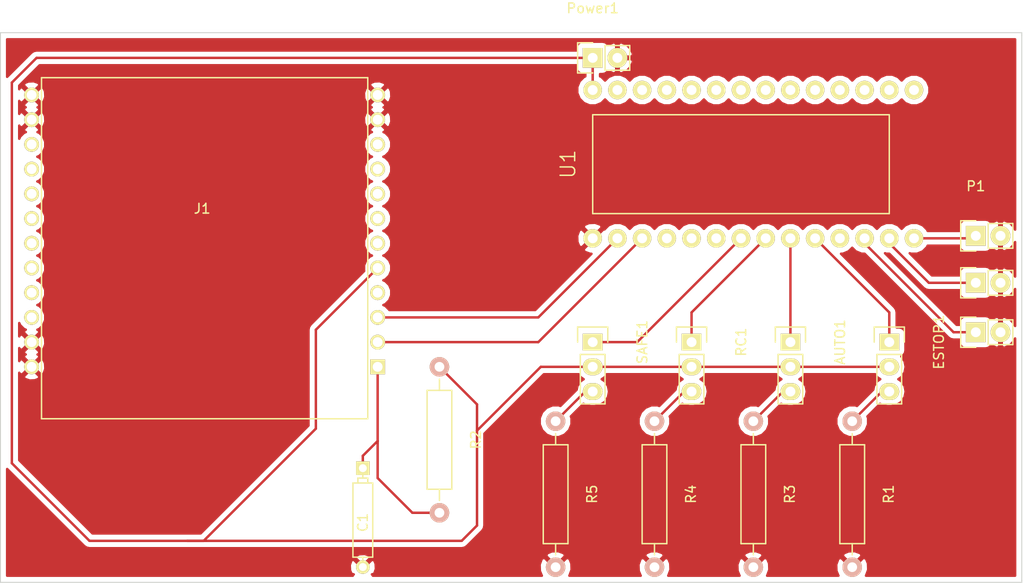
<source format=kicad_pcb>
(kicad_pcb (version 4) (host pcbnew 4.0.1-stable)

  (general
    (links 37)
    (no_connects 0)
    (area 101.905599 66.165 207.292334 126.338801)
    (thickness 1.6)
    (drawings 6)
    (tracks 54)
    (zones 0)
    (modules 16)
    (nets 48)
  )

  (page A4)
  (layers
    (0 F.Cu signal)
    (31 B.Cu signal)
    (32 B.Adhes user)
    (33 F.Adhes user)
    (34 B.Paste user)
    (35 F.Paste user)
    (36 B.SilkS user)
    (37 F.SilkS user)
    (38 B.Mask user)
    (39 F.Mask user)
    (40 Dwgs.User user)
    (41 Cmts.User user)
    (42 Eco1.User user)
    (43 Eco2.User user)
    (44 Edge.Cuts user)
    (45 Margin user)
    (46 B.CrtYd user)
    (47 F.CrtYd user)
    (48 B.Fab user)
    (49 F.Fab user)
  )

  (setup
    (last_trace_width 0.25)
    (trace_clearance 0.2)
    (zone_clearance 0.508)
    (zone_45_only no)
    (trace_min 0.2)
    (segment_width 0.2)
    (edge_width 0.1)
    (via_size 0.6)
    (via_drill 0.4)
    (via_min_size 0.4)
    (via_min_drill 0.3)
    (uvia_size 0.3)
    (uvia_drill 0.1)
    (uvias_allowed no)
    (uvia_min_size 0.2)
    (uvia_min_drill 0.1)
    (pcb_text_width 0.3)
    (pcb_text_size 1.5 1.5)
    (mod_edge_width 0.15)
    (mod_text_size 1 1)
    (mod_text_width 0.15)
    (pad_size 1.9 1.9)
    (pad_drill 1.016)
    (pad_to_mask_clearance 0)
    (aux_axis_origin 0 0)
    (visible_elements 7FFFFFFF)
    (pcbplotparams
      (layerselection 0x00030_80000001)
      (usegerberextensions false)
      (excludeedgelayer true)
      (linewidth 0.100000)
      (plotframeref false)
      (viasonmask false)
      (mode 1)
      (useauxorigin false)
      (hpglpennumber 1)
      (hpglpenspeed 20)
      (hpglpendiameter 15)
      (hpglpenoverlay 2)
      (psnegative false)
      (psa4output false)
      (plotreference true)
      (plotvalue true)
      (plotinvisibletext false)
      (padsonsilk false)
      (subtractmaskfromsilk false)
      (outputformat 1)
      (mirror false)
      (drillshape 1)
      (scaleselection 1)
      (outputdirectory ""))
  )

  (net 0 "")
  (net 1 +5V)
  (net 2 "Net-(C1-Pad1)")
  (net 3 Earth)
  (net 4 "Net-(J1-Pad2)")
  (net 5 "Net-(J1-Pad3)")
  (net 6 "Net-(J1-Pad4)")
  (net 7 "Net-(J1-Pad6)")
  (net 8 "Net-(J1-Pad7)")
  (net 9 "Net-(J1-Pad8)")
  (net 10 "Net-(J1-Pad9)")
  (net 11 "Net-(J1-Pad10)")
  (net 12 "Net-(J1-Pad15)")
  (net 13 "Net-(J1-Pad16)")
  (net 14 "Net-(J1-Pad17)")
  (net 15 "Net-(J1-Pad18)")
  (net 16 "Net-(J1-Pad19)")
  (net 17 "Net-(J1-Pad20)")
  (net 18 "Net-(J1-Pad21)")
  (net 19 "Net-(J1-Pad22)")
  (net 20 "Net-(P1-Pad1)")
  (net 21 "Net-(P5-Pad1)")
  (net 22 "Net-(P6-Pad1)")
  (net 23 "Net-(R4-Pad1)")
  (net 24 "Net-(R5-Pad1)")
  (net 25 "Net-(U1-Pad2)")
  (net 26 "Net-(U1-Pad3)")
  (net 27 "Net-(U1-Pad4)")
  (net 28 "Net-(U1-Pad9)")
  (net 29 "Net-(U1-Pad13)")
  (net 30 "Net-(U1-Pad14)")
  (net 31 "Net-(U1-Pad15)")
  (net 32 "Net-(U1-Pad16)")
  (net 33 "Net-(U1-Pad17)")
  (net 34 "Net-(U1-Pad18)")
  (net 35 "Net-(U1-Pad19)")
  (net 36 "Net-(U1-Pad20)")
  (net 37 "Net-(U1-Pad21)")
  (net 38 "Net-(U1-Pad22)")
  (net 39 "Net-(U1-Pad23)")
  (net 40 "Net-(U1-Pad24)")
  (net 41 "Net-(U1-Pad25)")
  (net 42 "Net-(AUTO1-Pad3)")
  (net 43 "Net-(ESTOP1-Pad3)")
  (net 44 "Net-(AUTO1-Pad1)")
  (net 45 "Net-(ESTOP1-Pad1)")
  (net 46 "Net-(RC1-Pad1)")
  (net 47 "Net-(SAFE1-Pad1)")

  (net_class Default "This is the default net class."
    (clearance 0.2)
    (trace_width 0.25)
    (via_dia 0.6)
    (via_drill 0.4)
    (uvia_dia 0.3)
    (uvia_drill 0.1)
    (add_net +5V)
    (add_net Earth)
    (add_net "Net-(AUTO1-Pad1)")
    (add_net "Net-(AUTO1-Pad3)")
    (add_net "Net-(C1-Pad1)")
    (add_net "Net-(ESTOP1-Pad1)")
    (add_net "Net-(ESTOP1-Pad3)")
    (add_net "Net-(J1-Pad10)")
    (add_net "Net-(J1-Pad15)")
    (add_net "Net-(J1-Pad16)")
    (add_net "Net-(J1-Pad17)")
    (add_net "Net-(J1-Pad18)")
    (add_net "Net-(J1-Pad19)")
    (add_net "Net-(J1-Pad2)")
    (add_net "Net-(J1-Pad20)")
    (add_net "Net-(J1-Pad21)")
    (add_net "Net-(J1-Pad22)")
    (add_net "Net-(J1-Pad3)")
    (add_net "Net-(J1-Pad4)")
    (add_net "Net-(J1-Pad6)")
    (add_net "Net-(J1-Pad7)")
    (add_net "Net-(J1-Pad8)")
    (add_net "Net-(J1-Pad9)")
    (add_net "Net-(P1-Pad1)")
    (add_net "Net-(P5-Pad1)")
    (add_net "Net-(P6-Pad1)")
    (add_net "Net-(R4-Pad1)")
    (add_net "Net-(R5-Pad1)")
    (add_net "Net-(RC1-Pad1)")
    (add_net "Net-(SAFE1-Pad1)")
    (add_net "Net-(U1-Pad13)")
    (add_net "Net-(U1-Pad14)")
    (add_net "Net-(U1-Pad15)")
    (add_net "Net-(U1-Pad16)")
    (add_net "Net-(U1-Pad17)")
    (add_net "Net-(U1-Pad18)")
    (add_net "Net-(U1-Pad19)")
    (add_net "Net-(U1-Pad2)")
    (add_net "Net-(U1-Pad20)")
    (add_net "Net-(U1-Pad21)")
    (add_net "Net-(U1-Pad22)")
    (add_net "Net-(U1-Pad23)")
    (add_net "Net-(U1-Pad24)")
    (add_net "Net-(U1-Pad25)")
    (add_net "Net-(U1-Pad3)")
    (add_net "Net-(U1-Pad4)")
    (add_net "Net-(U1-Pad9)")
  )

  (module Discret:CP4 (layer F.Cu) (tedit 0) (tstamp 56EDDC5A)
    (at 139.192 119.634 270)
    (descr "Condensateur polarise")
    (tags CP)
    (path /56E894F1)
    (fp_text reference C1 (at 0.508 0 270) (layer F.SilkS)
      (effects (font (size 1 1) (thickness 0.15)))
    )
    (fp_text value 10uF (at 0.508 0 270) (layer F.Fab)
      (effects (font (size 1 1) (thickness 0.15)))
    )
    (fp_line (start 5.08 0) (end 4.064 0) (layer F.SilkS) (width 0.15))
    (fp_line (start 4.064 0) (end 4.064 1.016) (layer F.SilkS) (width 0.15))
    (fp_line (start 4.064 1.016) (end -3.556 1.016) (layer F.SilkS) (width 0.15))
    (fp_line (start -3.556 1.016) (end -3.556 -1.016) (layer F.SilkS) (width 0.15))
    (fp_line (start -3.556 -1.016) (end 4.064 -1.016) (layer F.SilkS) (width 0.15))
    (fp_line (start 4.064 -1.016) (end 4.064 0) (layer F.SilkS) (width 0.15))
    (fp_line (start -5.08 0) (end -4.064 0) (layer F.SilkS) (width 0.15))
    (fp_line (start -3.556 0.508) (end -4.064 0.508) (layer F.SilkS) (width 0.15))
    (fp_line (start -4.064 0.508) (end -4.064 -0.508) (layer F.SilkS) (width 0.15))
    (fp_line (start -4.064 -0.508) (end -3.556 -0.508) (layer F.SilkS) (width 0.15))
    (pad 1 thru_hole rect (at -5.08 0 270) (size 1.397 1.397) (drill 0.8128) (layers *.Cu *.Mask F.SilkS)
      (net 2 "Net-(C1-Pad1)"))
    (pad 2 thru_hole circle (at 5.08 0 270) (size 1.397 1.397) (drill 0.8128) (layers *.Cu *.Mask F.SilkS)
      (net 3 Earth))
    (model Discret.3dshapes/CP4.wrl
      (at (xyz 0 0 0))
      (scale (xyz 0.4 0.4 0.4))
      (rotate (xyz 0 0 0))
    )
  )

  (module EVM-915_DTS:EVM-915-DTS-Shape (layer F.Cu) (tedit 56EDDBDD) (tstamp 56EDDC87)
    (at 140.716 104.14 180)
    (path /56EA2310)
    (fp_text reference J1 (at 18.034 16.256 180) (layer F.SilkS)
      (effects (font (size 1 1) (thickness 0.15)))
    )
    (fp_text value EVM-915-DTS (at 18.288 10.922 180) (layer F.Fab)
      (effects (font (size 1 1) (thickness 0.15)))
    )
    (fp_line (start 34.544 -5.334) (end 34.544 29.718) (layer F.SilkS) (width 0.15))
    (fp_line (start 34.544 29.718) (end 1.016 29.718) (layer F.SilkS) (width 0.15))
    (fp_line (start 1.016 29.718) (end 1.016 -5.334) (layer F.SilkS) (width 0.15))
    (fp_line (start 1.016 -5.334) (end 34.544 -5.334) (layer F.SilkS) (width 0.15))
    (pad 1 thru_hole rect (at 0 0 180) (size 1.524 1.524) (drill 1.016) (layers *.Cu *.Mask F.SilkS)
      (net 2 "Net-(C1-Pad1)"))
    (pad 2 thru_hole circle (at 0 2.54 180) (size 1.524 1.524) (drill 1.016) (layers *.Cu *.Mask F.SilkS)
      (net 4 "Net-(J1-Pad2)"))
    (pad 3 thru_hole circle (at 0 5.08 180) (size 1.524 1.524) (drill 1.016) (layers *.Cu *.Mask F.SilkS)
      (net 5 "Net-(J1-Pad3)"))
    (pad 4 thru_hole circle (at 0 7.62 180) (size 1.524 1.524) (drill 1.016) (layers *.Cu *.Mask F.SilkS)
      (net 6 "Net-(J1-Pad4)"))
    (pad 5 thru_hole circle (at 0 10.16 180) (size 1.524 1.524) (drill 1.016) (layers *.Cu *.Mask F.SilkS)
      (net 1 +5V))
    (pad 6 thru_hole circle (at 0 12.7 180) (size 1.524 1.524) (drill 1.016) (layers *.Cu *.Mask F.SilkS)
      (net 7 "Net-(J1-Pad6)"))
    (pad 7 thru_hole circle (at 0 15.24 180) (size 1.524 1.524) (drill 1.016) (layers *.Cu *.Mask F.SilkS)
      (net 8 "Net-(J1-Pad7)"))
    (pad 8 thru_hole circle (at 0 17.78 180) (size 1.524 1.524) (drill 1.016) (layers *.Cu *.Mask F.SilkS)
      (net 9 "Net-(J1-Pad8)"))
    (pad 9 thru_hole circle (at 0 20.32 180) (size 1.524 1.524) (drill 1.016) (layers *.Cu *.Mask F.SilkS)
      (net 10 "Net-(J1-Pad9)"))
    (pad 10 thru_hole circle (at 0 22.86 180) (size 1.524 1.524) (drill 1.016) (layers *.Cu *.Mask F.SilkS)
      (net 11 "Net-(J1-Pad10)"))
    (pad 11 thru_hole circle (at 0 25.4 180) (size 1.524 1.524) (drill 1.016) (layers *.Cu *.Mask F.SilkS)
      (net 3 Earth))
    (pad 12 thru_hole circle (at 0 27.94 180) (size 1.524 1.524) (drill 1.016) (layers *.Cu *.Mask F.SilkS)
      (net 3 Earth))
    (pad 13 thru_hole circle (at 35.56 27.94 180) (size 1.524 1.524) (drill 1.016) (layers *.Cu *.Mask F.SilkS)
      (net 3 Earth))
    (pad 14 thru_hole circle (at 35.56 25.4 180) (size 1.524 1.524) (drill 1.016) (layers *.Cu *.Mask F.SilkS)
      (net 3 Earth))
    (pad 15 thru_hole circle (at 35.56 22.86 180) (size 1.524 1.524) (drill 1.016) (layers *.Cu *.Mask F.SilkS)
      (net 12 "Net-(J1-Pad15)"))
    (pad 16 thru_hole circle (at 35.56 20.32 180) (size 1.524 1.524) (drill 1.016) (layers *.Cu *.Mask F.SilkS)
      (net 13 "Net-(J1-Pad16)"))
    (pad 17 thru_hole circle (at 35.56 17.78 180) (size 1.524 1.524) (drill 1.016) (layers *.Cu *.Mask F.SilkS)
      (net 14 "Net-(J1-Pad17)"))
    (pad 18 thru_hole circle (at 35.56 15.24 180) (size 1.524 1.524) (drill 1.016) (layers *.Cu *.Mask F.SilkS)
      (net 15 "Net-(J1-Pad18)"))
    (pad 19 thru_hole circle (at 35.56 12.7 180) (size 1.524 1.524) (drill 1.016) (layers *.Cu *.Mask F.SilkS)
      (net 16 "Net-(J1-Pad19)"))
    (pad 20 thru_hole circle (at 35.56 10.16 180) (size 1.524 1.524) (drill 1.016) (layers *.Cu *.Mask F.SilkS)
      (net 17 "Net-(J1-Pad20)"))
    (pad 21 thru_hole circle (at 35.56 7.62 180) (size 1.524 1.524) (drill 1.016) (layers *.Cu *.Mask F.SilkS)
      (net 18 "Net-(J1-Pad21)"))
    (pad 22 thru_hole circle (at 35.56 5.08 180) (size 1.524 1.524) (drill 1.016) (layers *.Cu *.Mask F.SilkS)
      (net 19 "Net-(J1-Pad22)"))
    (pad 23 thru_hole circle (at 35.56 2.54 180) (size 1.524 1.524) (drill 1.016) (layers *.Cu *.Mask F.SilkS)
      (net 3 Earth))
    (pad 24 thru_hole circle (at 35.56 0 180) (size 1.524 1.524) (drill 1.016) (layers *.Cu *.Mask F.SilkS)
      (net 3 Earth))
  )

  (module Socket_Strips:Socket_Strip_Straight_1x02 (layer F.Cu) (tedit 54E9F75E) (tstamp 56EDDC8D)
    (at 202.184 90.678)
    (descr "Through hole socket strip")
    (tags "socket strip")
    (path /56E9F687)
    (fp_text reference P1 (at 0 -5.1) (layer F.SilkS)
      (effects (font (size 1 1) (thickness 0.15)))
    )
    (fp_text value CONN_01X02 (at 0 -3.1) (layer F.Fab)
      (effects (font (size 1 1) (thickness 0.15)))
    )
    (fp_line (start -1.55 1.55) (end 0 1.55) (layer F.SilkS) (width 0.15))
    (fp_line (start 3.81 1.27) (end 1.27 1.27) (layer F.SilkS) (width 0.15))
    (fp_line (start -1.75 -1.75) (end -1.75 1.75) (layer F.CrtYd) (width 0.05))
    (fp_line (start 4.3 -1.75) (end 4.3 1.75) (layer F.CrtYd) (width 0.05))
    (fp_line (start -1.75 -1.75) (end 4.3 -1.75) (layer F.CrtYd) (width 0.05))
    (fp_line (start -1.75 1.75) (end 4.3 1.75) (layer F.CrtYd) (width 0.05))
    (fp_line (start 1.27 1.27) (end 1.27 -1.27) (layer F.SilkS) (width 0.15))
    (fp_line (start 0 -1.55) (end -1.55 -1.55) (layer F.SilkS) (width 0.15))
    (fp_line (start -1.55 -1.55) (end -1.55 1.55) (layer F.SilkS) (width 0.15))
    (fp_line (start 1.27 -1.27) (end 3.81 -1.27) (layer F.SilkS) (width 0.15))
    (fp_line (start 3.81 -1.27) (end 3.81 1.27) (layer F.SilkS) (width 0.15))
    (pad 1 thru_hole rect (at 0 0) (size 2.032 2.032) (drill 1.016) (layers *.Cu *.Mask F.SilkS)
      (net 20 "Net-(P1-Pad1)"))
    (pad 2 thru_hole oval (at 2.54 0) (size 2.032 2.032) (drill 1.016) (layers *.Cu *.Mask F.SilkS)
      (net 3 Earth))
    (model Socket_Strips.3dshapes/Socket_Strip_Straight_1x02.wrl
      (at (xyz 0.05 0 0))
      (scale (xyz 1 1 1))
      (rotate (xyz 0 0 180))
    )
  )

  (module Socket_Strips:Socket_Strip_Straight_1x02 (layer F.Cu) (tedit 54E9F75E) (tstamp 56EDDC93)
    (at 202.184 95.504)
    (descr "Through hole socket strip")
    (tags "socket strip")
    (path /56EA0C40)
    (fp_text reference P5 (at 0 -5.1) (layer F.SilkS)
      (effects (font (size 1 1) (thickness 0.15)))
    )
    (fp_text value CONN_01X02 (at 0 -3.1) (layer F.Fab)
      (effects (font (size 1 1) (thickness 0.15)))
    )
    (fp_line (start -1.55 1.55) (end 0 1.55) (layer F.SilkS) (width 0.15))
    (fp_line (start 3.81 1.27) (end 1.27 1.27) (layer F.SilkS) (width 0.15))
    (fp_line (start -1.75 -1.75) (end -1.75 1.75) (layer F.CrtYd) (width 0.05))
    (fp_line (start 4.3 -1.75) (end 4.3 1.75) (layer F.CrtYd) (width 0.05))
    (fp_line (start -1.75 -1.75) (end 4.3 -1.75) (layer F.CrtYd) (width 0.05))
    (fp_line (start -1.75 1.75) (end 4.3 1.75) (layer F.CrtYd) (width 0.05))
    (fp_line (start 1.27 1.27) (end 1.27 -1.27) (layer F.SilkS) (width 0.15))
    (fp_line (start 0 -1.55) (end -1.55 -1.55) (layer F.SilkS) (width 0.15))
    (fp_line (start -1.55 -1.55) (end -1.55 1.55) (layer F.SilkS) (width 0.15))
    (fp_line (start 1.27 -1.27) (end 3.81 -1.27) (layer F.SilkS) (width 0.15))
    (fp_line (start 3.81 -1.27) (end 3.81 1.27) (layer F.SilkS) (width 0.15))
    (pad 1 thru_hole rect (at 0 0) (size 2.032 2.032) (drill 1.016) (layers *.Cu *.Mask F.SilkS)
      (net 21 "Net-(P5-Pad1)"))
    (pad 2 thru_hole oval (at 2.54 0) (size 2.032 2.032) (drill 1.016) (layers *.Cu *.Mask F.SilkS)
      (net 3 Earth))
    (model Socket_Strips.3dshapes/Socket_Strip_Straight_1x02.wrl
      (at (xyz 0.05 0 0))
      (scale (xyz 1 1 1))
      (rotate (xyz 0 0 180))
    )
  )

  (module Socket_Strips:Socket_Strip_Straight_1x02 (layer F.Cu) (tedit 54E9F75E) (tstamp 56EDDC99)
    (at 202.184 100.584)
    (descr "Through hole socket strip")
    (tags "socket strip")
    (path /56EA0C81)
    (fp_text reference P6 (at 0 -5.1) (layer F.SilkS)
      (effects (font (size 1 1) (thickness 0.15)))
    )
    (fp_text value CONN_01X02 (at 0 -3.1) (layer F.Fab)
      (effects (font (size 1 1) (thickness 0.15)))
    )
    (fp_line (start -1.55 1.55) (end 0 1.55) (layer F.SilkS) (width 0.15))
    (fp_line (start 3.81 1.27) (end 1.27 1.27) (layer F.SilkS) (width 0.15))
    (fp_line (start -1.75 -1.75) (end -1.75 1.75) (layer F.CrtYd) (width 0.05))
    (fp_line (start 4.3 -1.75) (end 4.3 1.75) (layer F.CrtYd) (width 0.05))
    (fp_line (start -1.75 -1.75) (end 4.3 -1.75) (layer F.CrtYd) (width 0.05))
    (fp_line (start -1.75 1.75) (end 4.3 1.75) (layer F.CrtYd) (width 0.05))
    (fp_line (start 1.27 1.27) (end 1.27 -1.27) (layer F.SilkS) (width 0.15))
    (fp_line (start 0 -1.55) (end -1.55 -1.55) (layer F.SilkS) (width 0.15))
    (fp_line (start -1.55 -1.55) (end -1.55 1.55) (layer F.SilkS) (width 0.15))
    (fp_line (start 1.27 -1.27) (end 3.81 -1.27) (layer F.SilkS) (width 0.15))
    (fp_line (start 3.81 -1.27) (end 3.81 1.27) (layer F.SilkS) (width 0.15))
    (pad 1 thru_hole rect (at 0 0) (size 2.032 2.032) (drill 1.016) (layers *.Cu *.Mask F.SilkS)
      (net 22 "Net-(P6-Pad1)"))
    (pad 2 thru_hole oval (at 2.54 0) (size 2.032 2.032) (drill 1.016) (layers *.Cu *.Mask F.SilkS)
      (net 3 Earth))
    (model Socket_Strips.3dshapes/Socket_Strip_Straight_1x02.wrl
      (at (xyz 0.05 0 0))
      (scale (xyz 1 1 1))
      (rotate (xyz 0 0 180))
    )
  )

  (module Socket_Strips:Socket_Strip_Straight_1x02 (layer F.Cu) (tedit 54E9F75E) (tstamp 56EDDC9F)
    (at 162.814 72.39)
    (descr "Through hole socket strip")
    (tags "socket strip")
    (path /56EDE6C6)
    (fp_text reference Power1 (at 0 -5.1) (layer F.SilkS)
      (effects (font (size 1 1) (thickness 0.15)))
    )
    (fp_text value CONN_01X02 (at 0 -3.1) (layer F.Fab)
      (effects (font (size 1 1) (thickness 0.15)))
    )
    (fp_line (start -1.55 1.55) (end 0 1.55) (layer F.SilkS) (width 0.15))
    (fp_line (start 3.81 1.27) (end 1.27 1.27) (layer F.SilkS) (width 0.15))
    (fp_line (start -1.75 -1.75) (end -1.75 1.75) (layer F.CrtYd) (width 0.05))
    (fp_line (start 4.3 -1.75) (end 4.3 1.75) (layer F.CrtYd) (width 0.05))
    (fp_line (start -1.75 -1.75) (end 4.3 -1.75) (layer F.CrtYd) (width 0.05))
    (fp_line (start -1.75 1.75) (end 4.3 1.75) (layer F.CrtYd) (width 0.05))
    (fp_line (start 1.27 1.27) (end 1.27 -1.27) (layer F.SilkS) (width 0.15))
    (fp_line (start 0 -1.55) (end -1.55 -1.55) (layer F.SilkS) (width 0.15))
    (fp_line (start -1.55 -1.55) (end -1.55 1.55) (layer F.SilkS) (width 0.15))
    (fp_line (start 1.27 -1.27) (end 3.81 -1.27) (layer F.SilkS) (width 0.15))
    (fp_line (start 3.81 -1.27) (end 3.81 1.27) (layer F.SilkS) (width 0.15))
    (pad 1 thru_hole rect (at 0 0) (size 2.032 2.032) (drill 1.016) (layers *.Cu *.Mask F.SilkS)
      (net 1 +5V))
    (pad 2 thru_hole oval (at 2.54 0) (size 2.032 2.032) (drill 1.016) (layers *.Cu *.Mask F.SilkS)
      (net 3 Earth))
    (model Socket_Strips.3dshapes/Socket_Strip_Straight_1x02.wrl
      (at (xyz 0.05 0 0))
      (scale (xyz 1 1 1))
      (rotate (xyz 0 0 180))
    )
  )

  (module Resistors_ThroughHole:Resistor_Horizontal_RM15mm (layer F.Cu) (tedit 569FCEE8) (tstamp 56EDDCA5)
    (at 189.484 109.728 270)
    (descr "Resistor, Axial, RM 15mm,")
    (tags "Resistor Axial RM 15mm")
    (path /56D7E073)
    (fp_text reference R1 (at 7.5 -3.74904 270) (layer F.SilkS)
      (effects (font (size 1 1) (thickness 0.15)))
    )
    (fp_text value 10k (at 7.5 4.0005 270) (layer F.Fab)
      (effects (font (size 1 1) (thickness 0.15)))
    )
    (fp_line (start -1.25 1.5) (end -1.25 -1.5) (layer F.CrtYd) (width 0.05))
    (fp_line (start -1.25 -1.5) (end 16.25 -1.5) (layer F.CrtYd) (width 0.05))
    (fp_line (start 16.25 -1.5) (end 16.25 1.5) (layer F.CrtYd) (width 0.05))
    (fp_line (start 16.25 1.5) (end -1.25 1.5) (layer F.CrtYd) (width 0.05))
    (fp_line (start 2.42 -1.27) (end 2.42 1.27) (layer F.SilkS) (width 0.15))
    (fp_line (start 2.42 1.27) (end 12.58 1.27) (layer F.SilkS) (width 0.15))
    (fp_line (start 12.58 1.27) (end 12.58 -1.27) (layer F.SilkS) (width 0.15))
    (fp_line (start 12.58 -1.27) (end 2.42 -1.27) (layer F.SilkS) (width 0.15))
    (fp_line (start 13.73 0) (end 12.58 0) (layer F.SilkS) (width 0.15))
    (fp_line (start 1.27 0) (end 2.42 0) (layer F.SilkS) (width 0.15))
    (pad 1 thru_hole circle (at 0 0 270) (size 1.99898 1.99898) (drill 1.00076) (layers *.Cu *.SilkS *.Mask)
      (net 43 "Net-(ESTOP1-Pad3)"))
    (pad 2 thru_hole circle (at 15 0 270) (size 1.99898 1.99898) (drill 1.00076) (layers *.Cu *.SilkS *.Mask)
      (net 3 Earth))
    (model Resistors_ThroughHole.3dshapes/Resistor_Horizontal_RM15mm.wrl
      (at (xyz 0.295 0 0))
      (scale (xyz 0.395 0.4 0.4))
      (rotate (xyz 0 0 0))
    )
  )

  (module Resistors_ThroughHole:Resistor_Horizontal_RM15mm (layer F.Cu) (tedit 569FCEE8) (tstamp 56EDDCAB)
    (at 147.066 104.14 270)
    (descr "Resistor, Axial, RM 15mm,")
    (tags "Resistor Axial RM 15mm")
    (path /56E892C9)
    (fp_text reference R2 (at 7.5 -3.74904 270) (layer F.SilkS)
      (effects (font (size 1 1) (thickness 0.15)))
    )
    (fp_text value 10 (at 7.5 4.0005 270) (layer F.Fab)
      (effects (font (size 1 1) (thickness 0.15)))
    )
    (fp_line (start -1.25 1.5) (end -1.25 -1.5) (layer F.CrtYd) (width 0.05))
    (fp_line (start -1.25 -1.5) (end 16.25 -1.5) (layer F.CrtYd) (width 0.05))
    (fp_line (start 16.25 -1.5) (end 16.25 1.5) (layer F.CrtYd) (width 0.05))
    (fp_line (start 16.25 1.5) (end -1.25 1.5) (layer F.CrtYd) (width 0.05))
    (fp_line (start 2.42 -1.27) (end 2.42 1.27) (layer F.SilkS) (width 0.15))
    (fp_line (start 2.42 1.27) (end 12.58 1.27) (layer F.SilkS) (width 0.15))
    (fp_line (start 12.58 1.27) (end 12.58 -1.27) (layer F.SilkS) (width 0.15))
    (fp_line (start 12.58 -1.27) (end 2.42 -1.27) (layer F.SilkS) (width 0.15))
    (fp_line (start 13.73 0) (end 12.58 0) (layer F.SilkS) (width 0.15))
    (fp_line (start 1.27 0) (end 2.42 0) (layer F.SilkS) (width 0.15))
    (pad 1 thru_hole circle (at 0 0 270) (size 1.99898 1.99898) (drill 1.00076) (layers *.Cu *.SilkS *.Mask)
      (net 1 +5V))
    (pad 2 thru_hole circle (at 15 0 270) (size 1.99898 1.99898) (drill 1.00076) (layers *.Cu *.SilkS *.Mask)
      (net 2 "Net-(C1-Pad1)"))
    (model Resistors_ThroughHole.3dshapes/Resistor_Horizontal_RM15mm.wrl
      (at (xyz 0.295 0 0))
      (scale (xyz 0.395 0.4 0.4))
      (rotate (xyz 0 0 0))
    )
  )

  (module Resistors_ThroughHole:Resistor_Horizontal_RM15mm (layer F.Cu) (tedit 569FCEE8) (tstamp 56EDDCB1)
    (at 179.324 109.728 270)
    (descr "Resistor, Axial, RM 15mm,")
    (tags "Resistor Axial RM 15mm")
    (path /56D79733)
    (fp_text reference R3 (at 7.5 -3.74904 270) (layer F.SilkS)
      (effects (font (size 1 1) (thickness 0.15)))
    )
    (fp_text value 10k (at 7.5 4.0005 270) (layer F.Fab)
      (effects (font (size 1 1) (thickness 0.15)))
    )
    (fp_line (start -1.25 1.5) (end -1.25 -1.5) (layer F.CrtYd) (width 0.05))
    (fp_line (start -1.25 -1.5) (end 16.25 -1.5) (layer F.CrtYd) (width 0.05))
    (fp_line (start 16.25 -1.5) (end 16.25 1.5) (layer F.CrtYd) (width 0.05))
    (fp_line (start 16.25 1.5) (end -1.25 1.5) (layer F.CrtYd) (width 0.05))
    (fp_line (start 2.42 -1.27) (end 2.42 1.27) (layer F.SilkS) (width 0.15))
    (fp_line (start 2.42 1.27) (end 12.58 1.27) (layer F.SilkS) (width 0.15))
    (fp_line (start 12.58 1.27) (end 12.58 -1.27) (layer F.SilkS) (width 0.15))
    (fp_line (start 12.58 -1.27) (end 2.42 -1.27) (layer F.SilkS) (width 0.15))
    (fp_line (start 13.73 0) (end 12.58 0) (layer F.SilkS) (width 0.15))
    (fp_line (start 1.27 0) (end 2.42 0) (layer F.SilkS) (width 0.15))
    (pad 1 thru_hole circle (at 0 0 270) (size 1.99898 1.99898) (drill 1.00076) (layers *.Cu *.SilkS *.Mask)
      (net 42 "Net-(AUTO1-Pad3)"))
    (pad 2 thru_hole circle (at 15 0 270) (size 1.99898 1.99898) (drill 1.00076) (layers *.Cu *.SilkS *.Mask)
      (net 3 Earth))
    (model Resistors_ThroughHole.3dshapes/Resistor_Horizontal_RM15mm.wrl
      (at (xyz 0.295 0 0))
      (scale (xyz 0.395 0.4 0.4))
      (rotate (xyz 0 0 0))
    )
  )

  (module Resistors_ThroughHole:Resistor_Horizontal_RM15mm (layer F.Cu) (tedit 569FCEE8) (tstamp 56EDDCB7)
    (at 169.164 109.728 270)
    (descr "Resistor, Axial, RM 15mm,")
    (tags "Resistor Axial RM 15mm")
    (path /56D796B2)
    (fp_text reference R4 (at 7.5 -3.74904 270) (layer F.SilkS)
      (effects (font (size 1 1) (thickness 0.15)))
    )
    (fp_text value 10k (at 7.5 4.0005 270) (layer F.Fab)
      (effects (font (size 1 1) (thickness 0.15)))
    )
    (fp_line (start -1.25 1.5) (end -1.25 -1.5) (layer F.CrtYd) (width 0.05))
    (fp_line (start -1.25 -1.5) (end 16.25 -1.5) (layer F.CrtYd) (width 0.05))
    (fp_line (start 16.25 -1.5) (end 16.25 1.5) (layer F.CrtYd) (width 0.05))
    (fp_line (start 16.25 1.5) (end -1.25 1.5) (layer F.CrtYd) (width 0.05))
    (fp_line (start 2.42 -1.27) (end 2.42 1.27) (layer F.SilkS) (width 0.15))
    (fp_line (start 2.42 1.27) (end 12.58 1.27) (layer F.SilkS) (width 0.15))
    (fp_line (start 12.58 1.27) (end 12.58 -1.27) (layer F.SilkS) (width 0.15))
    (fp_line (start 12.58 -1.27) (end 2.42 -1.27) (layer F.SilkS) (width 0.15))
    (fp_line (start 13.73 0) (end 12.58 0) (layer F.SilkS) (width 0.15))
    (fp_line (start 1.27 0) (end 2.42 0) (layer F.SilkS) (width 0.15))
    (pad 1 thru_hole circle (at 0 0 270) (size 1.99898 1.99898) (drill 1.00076) (layers *.Cu *.SilkS *.Mask)
      (net 23 "Net-(R4-Pad1)"))
    (pad 2 thru_hole circle (at 15 0 270) (size 1.99898 1.99898) (drill 1.00076) (layers *.Cu *.SilkS *.Mask)
      (net 3 Earth))
    (model Resistors_ThroughHole.3dshapes/Resistor_Horizontal_RM15mm.wrl
      (at (xyz 0.295 0 0))
      (scale (xyz 0.395 0.4 0.4))
      (rotate (xyz 0 0 0))
    )
  )

  (module Resistors_ThroughHole:Resistor_Horizontal_RM15mm (layer F.Cu) (tedit 569FCEE8) (tstamp 56EDDCBD)
    (at 159.004 109.728 270)
    (descr "Resistor, Axial, RM 15mm,")
    (tags "Resistor Axial RM 15mm")
    (path /56D79661)
    (fp_text reference R5 (at 7.5 -3.74904 270) (layer F.SilkS)
      (effects (font (size 1 1) (thickness 0.15)))
    )
    (fp_text value 10k (at 7.5 4.0005 270) (layer F.Fab)
      (effects (font (size 1 1) (thickness 0.15)))
    )
    (fp_line (start -1.25 1.5) (end -1.25 -1.5) (layer F.CrtYd) (width 0.05))
    (fp_line (start -1.25 -1.5) (end 16.25 -1.5) (layer F.CrtYd) (width 0.05))
    (fp_line (start 16.25 -1.5) (end 16.25 1.5) (layer F.CrtYd) (width 0.05))
    (fp_line (start 16.25 1.5) (end -1.25 1.5) (layer F.CrtYd) (width 0.05))
    (fp_line (start 2.42 -1.27) (end 2.42 1.27) (layer F.SilkS) (width 0.15))
    (fp_line (start 2.42 1.27) (end 12.58 1.27) (layer F.SilkS) (width 0.15))
    (fp_line (start 12.58 1.27) (end 12.58 -1.27) (layer F.SilkS) (width 0.15))
    (fp_line (start 12.58 -1.27) (end 2.42 -1.27) (layer F.SilkS) (width 0.15))
    (fp_line (start 13.73 0) (end 12.58 0) (layer F.SilkS) (width 0.15))
    (fp_line (start 1.27 0) (end 2.42 0) (layer F.SilkS) (width 0.15))
    (pad 1 thru_hole circle (at 0 0 270) (size 1.99898 1.99898) (drill 1.00076) (layers *.Cu *.SilkS *.Mask)
      (net 24 "Net-(R5-Pad1)"))
    (pad 2 thru_hole circle (at 15 0 270) (size 1.99898 1.99898) (drill 1.00076) (layers *.Cu *.SilkS *.Mask)
      (net 3 Earth))
    (model Resistors_ThroughHole.3dshapes/Resistor_Horizontal_RM15mm.wrl
      (at (xyz 0.295 0 0))
      (scale (xyz 0.395 0.4 0.4))
      (rotate (xyz 0 0 0))
    )
  )

  (module Teensy-3:Teensy-3.1 (layer F.Cu) (tedit 56EDDBF6) (tstamp 56EDDCFF)
    (at 165.354 90.932)
    (path /56EA225A)
    (fp_text reference U1 (at -5.08 -7.62 90) (layer F.SilkS)
      (effects (font (size 1.5 1.5) (thickness 0.15)))
    )
    (fp_text value Teensy_3.1 (at 5.08 -10.16) (layer F.Fab)
      (effects (font (size 1.5 1.5) (thickness 0.15)))
    )
    (fp_line (start -2.54 -12.7) (end 27.94 -12.7) (layer F.SilkS) (width 0.15))
    (fp_line (start 27.94 -12.7) (end 27.94 -2.54) (layer F.SilkS) (width 0.15))
    (fp_line (start 27.94 -2.54) (end -2.54 -2.54) (layer F.SilkS) (width 0.15))
    (fp_line (start -2.54 -2.54) (end -2.54 -12.7) (layer F.SilkS) (width 0.15))
    (pad 0 thru_hole circle (at 0 0) (size 1.9 1.9) (drill 1.016) (layers *.Cu *.Mask F.SilkS)
      (net 5 "Net-(J1-Pad3)"))
    (pad 1 thru_hole circle (at 2.54 0) (size 1.9 1.9) (drill 1.016) (layers *.Cu *.Mask F.SilkS)
      (net 4 "Net-(J1-Pad2)"))
    (pad 2 thru_hole circle (at 5.08 0) (size 1.9 1.9) (drill 1.016) (layers *.Cu *.Mask F.SilkS)
      (net 25 "Net-(U1-Pad2)"))
    (pad 3 thru_hole circle (at 7.62 0) (size 1.9 1.9) (drill 1.016) (layers *.Cu *.Mask F.SilkS)
      (net 26 "Net-(U1-Pad3)"))
    (pad 4 thru_hole circle (at 10.16 0) (size 1.9 1.9) (drill 1.016) (layers *.Cu *.Mask F.SilkS)
      (net 27 "Net-(U1-Pad4)"))
    (pad 5 thru_hole circle (at 12.7 0) (size 1.9 1.9) (drill 1.016) (layers *.Cu *.Mask F.SilkS)
      (net 47 "Net-(SAFE1-Pad1)"))
    (pad 6 thru_hole circle (at 15.24 0) (size 1.9 1.9) (drill 1.016) (layers *.Cu *.Mask F.SilkS)
      (net 46 "Net-(RC1-Pad1)"))
    (pad 7 thru_hole circle (at 17.78 0) (size 1.9 1.9) (drill 1.016) (layers *.Cu *.Mask F.SilkS)
      (net 44 "Net-(AUTO1-Pad1)"))
    (pad 8 thru_hole circle (at 20.32 0) (size 1.9 1.9) (drill 1.016) (layers *.Cu *.Mask F.SilkS)
      (net 45 "Net-(ESTOP1-Pad1)"))
    (pad 9 thru_hole circle (at 22.86 0) (size 1.9 1.9) (drill 1.016) (layers *.Cu *.Mask F.SilkS)
      (net 28 "Net-(U1-Pad9)"))
    (pad 10 thru_hole circle (at 25.4 0) (size 1.9 1.9) (drill 1.016) (layers *.Cu *.Mask F.SilkS)
      (net 22 "Net-(P6-Pad1)"))
    (pad 11 thru_hole circle (at 27.94 0) (size 1.9 1.9) (drill 1.016) (layers *.Cu *.Mask F.SilkS)
      (net 21 "Net-(P5-Pad1)"))
    (pad 12 thru_hole circle (at 30.48 0) (size 1.9 1.9) (drill 1.016) (layers *.Cu *.Mask F.SilkS)
      (net 20 "Net-(P1-Pad1)"))
    (pad 13 thru_hole circle (at 30.48 -15.24) (size 1.9 1.9) (drill 1.016) (layers *.Cu *.Mask F.SilkS)
      (net 29 "Net-(U1-Pad13)"))
    (pad 14 thru_hole circle (at 27.94 -15.24) (size 1.9 1.9) (drill 1.016) (layers *.Cu *.Mask F.SilkS)
      (net 30 "Net-(U1-Pad14)"))
    (pad 15 thru_hole circle (at 25.4 -15.24) (size 1.9 1.9) (drill 1.016) (layers *.Cu *.Mask F.SilkS)
      (net 31 "Net-(U1-Pad15)"))
    (pad 16 thru_hole circle (at 22.86 -15.24) (size 1.9 1.9) (drill 1.016) (layers *.Cu *.Mask F.SilkS)
      (net 32 "Net-(U1-Pad16)"))
    (pad 17 thru_hole circle (at 20.32 -15.24) (size 1.9 1.9) (drill 1.016) (layers *.Cu *.Mask F.SilkS)
      (net 33 "Net-(U1-Pad17)"))
    (pad 18 thru_hole circle (at 17.78 -15.24) (size 1.9 1.9) (drill 1.016) (layers *.Cu *.Mask F.SilkS)
      (net 34 "Net-(U1-Pad18)"))
    (pad 19 thru_hole circle (at 15.24 -15.24) (size 1.9 1.9) (drill 1.016) (layers *.Cu *.Mask F.SilkS)
      (net 35 "Net-(U1-Pad19)"))
    (pad 20 thru_hole circle (at 12.7 -15.24) (size 1.9 1.9) (drill 1.016) (layers *.Cu *.Mask F.SilkS)
      (net 36 "Net-(U1-Pad20)"))
    (pad 21 thru_hole circle (at 10.16 -15.24) (size 1.9 1.9) (drill 1.016) (layers *.Cu *.Mask F.SilkS)
      (net 37 "Net-(U1-Pad21)"))
    (pad 22 thru_hole circle (at 7.62 -15.24) (size 1.9 1.9) (drill 1.016) (layers *.Cu *.Mask F.SilkS)
      (net 38 "Net-(U1-Pad22)"))
    (pad 23 thru_hole circle (at 5.08 -15.24) (size 1.9 1.9) (drill 1.016) (layers *.Cu *.Mask F.SilkS)
      (net 39 "Net-(U1-Pad23)"))
    (pad 24 thru_hole circle (at 2.54 -15.24) (size 1.9 1.9) (drill 1.016) (layers *.Cu *.Mask F.SilkS)
      (net 40 "Net-(U1-Pad24)"))
    (pad 25 thru_hole circle (at 0 -15.24) (size 1.9 1.9) (drill 1.016) (layers *.Cu *.Mask F.SilkS)
      (net 41 "Net-(U1-Pad25)"))
    (pad 26 thru_hole circle (at -2.54 -15.24) (size 1.9 1.9) (drill 1.016) (layers *.Cu *.Mask F.SilkS)
      (net 1 +5V))
    (pad 27 thru_hole circle (at -2.54 0) (size 1.9 1.9) (drill 1.016) (layers *.Cu *.Mask F.SilkS)
      (net 3 Earth))
  )

  (module Socket_Strips:Socket_Strip_Straight_1x03 (layer F.Cu) (tedit 54E9F429) (tstamp 570431A8)
    (at 183.134 101.6 270)
    (descr "Through hole socket strip")
    (tags "socket strip")
    (path /5704745F)
    (fp_text reference AUTO1 (at 0 -5.1 270) (layer F.SilkS)
      (effects (font (size 1 1) (thickness 0.15)))
    )
    (fp_text value CONN_01X03 (at 0 -3.1 270) (layer F.Fab)
      (effects (font (size 1 1) (thickness 0.15)))
    )
    (fp_line (start 0 -1.55) (end -1.55 -1.55) (layer F.SilkS) (width 0.15))
    (fp_line (start -1.55 -1.55) (end -1.55 1.55) (layer F.SilkS) (width 0.15))
    (fp_line (start -1.55 1.55) (end 0 1.55) (layer F.SilkS) (width 0.15))
    (fp_line (start -1.75 -1.75) (end -1.75 1.75) (layer F.CrtYd) (width 0.05))
    (fp_line (start 6.85 -1.75) (end 6.85 1.75) (layer F.CrtYd) (width 0.05))
    (fp_line (start -1.75 -1.75) (end 6.85 -1.75) (layer F.CrtYd) (width 0.05))
    (fp_line (start -1.75 1.75) (end 6.85 1.75) (layer F.CrtYd) (width 0.05))
    (fp_line (start 1.27 -1.27) (end 6.35 -1.27) (layer F.SilkS) (width 0.15))
    (fp_line (start 6.35 -1.27) (end 6.35 1.27) (layer F.SilkS) (width 0.15))
    (fp_line (start 6.35 1.27) (end 1.27 1.27) (layer F.SilkS) (width 0.15))
    (fp_line (start 1.27 1.27) (end 1.27 -1.27) (layer F.SilkS) (width 0.15))
    (pad 1 thru_hole rect (at 0 0 270) (size 1.7272 2.032) (drill 1.016) (layers *.Cu *.Mask F.SilkS)
      (net 44 "Net-(AUTO1-Pad1)"))
    (pad 2 thru_hole oval (at 2.54 0 270) (size 1.7272 2.032) (drill 1.016) (layers *.Cu *.Mask F.SilkS)
      (net 1 +5V))
    (pad 3 thru_hole oval (at 5.08 0 270) (size 1.7272 2.032) (drill 1.016) (layers *.Cu *.Mask F.SilkS)
      (net 42 "Net-(AUTO1-Pad3)"))
    (model Socket_Strips.3dshapes/Socket_Strip_Straight_1x03.wrl
      (at (xyz 0.1 0 0))
      (scale (xyz 1 1 1))
      (rotate (xyz 0 0 180))
    )
  )

  (module Socket_Strips:Socket_Strip_Straight_1x03 (layer F.Cu) (tedit 54E9F429) (tstamp 570431AF)
    (at 193.294 101.6 270)
    (descr "Through hole socket strip")
    (tags "socket strip")
    (path /5704375A)
    (fp_text reference ESTOP1 (at 0 -5.1 270) (layer F.SilkS)
      (effects (font (size 1 1) (thickness 0.15)))
    )
    (fp_text value CONN_01X03 (at 0 -3.1 270) (layer F.Fab)
      (effects (font (size 1 1) (thickness 0.15)))
    )
    (fp_line (start 0 -1.55) (end -1.55 -1.55) (layer F.SilkS) (width 0.15))
    (fp_line (start -1.55 -1.55) (end -1.55 1.55) (layer F.SilkS) (width 0.15))
    (fp_line (start -1.55 1.55) (end 0 1.55) (layer F.SilkS) (width 0.15))
    (fp_line (start -1.75 -1.75) (end -1.75 1.75) (layer F.CrtYd) (width 0.05))
    (fp_line (start 6.85 -1.75) (end 6.85 1.75) (layer F.CrtYd) (width 0.05))
    (fp_line (start -1.75 -1.75) (end 6.85 -1.75) (layer F.CrtYd) (width 0.05))
    (fp_line (start -1.75 1.75) (end 6.85 1.75) (layer F.CrtYd) (width 0.05))
    (fp_line (start 1.27 -1.27) (end 6.35 -1.27) (layer F.SilkS) (width 0.15))
    (fp_line (start 6.35 -1.27) (end 6.35 1.27) (layer F.SilkS) (width 0.15))
    (fp_line (start 6.35 1.27) (end 1.27 1.27) (layer F.SilkS) (width 0.15))
    (fp_line (start 1.27 1.27) (end 1.27 -1.27) (layer F.SilkS) (width 0.15))
    (pad 1 thru_hole rect (at 0 0 270) (size 1.7272 2.032) (drill 1.016) (layers *.Cu *.Mask F.SilkS)
      (net 45 "Net-(ESTOP1-Pad1)"))
    (pad 2 thru_hole oval (at 2.54 0 270) (size 1.7272 2.032) (drill 1.016) (layers *.Cu *.Mask F.SilkS)
      (net 1 +5V))
    (pad 3 thru_hole oval (at 5.08 0 270) (size 1.7272 2.032) (drill 1.016) (layers *.Cu *.Mask F.SilkS)
      (net 43 "Net-(ESTOP1-Pad3)"))
    (model Socket_Strips.3dshapes/Socket_Strip_Straight_1x03.wrl
      (at (xyz 0.1 0 0))
      (scale (xyz 1 1 1))
      (rotate (xyz 0 0 180))
    )
  )

  (module Socket_Strips:Socket_Strip_Straight_1x03 (layer F.Cu) (tedit 54E9F429) (tstamp 570431B6)
    (at 162.814 101.6 270)
    (descr "Through hole socket strip")
    (tags "socket strip")
    (path /57045B6A)
    (fp_text reference SAFE1 (at 0 -5.1 270) (layer F.SilkS)
      (effects (font (size 1 1) (thickness 0.15)))
    )
    (fp_text value CONN_01X03 (at 0 -3.1 270) (layer F.Fab)
      (effects (font (size 1 1) (thickness 0.15)))
    )
    (fp_line (start 0 -1.55) (end -1.55 -1.55) (layer F.SilkS) (width 0.15))
    (fp_line (start -1.55 -1.55) (end -1.55 1.55) (layer F.SilkS) (width 0.15))
    (fp_line (start -1.55 1.55) (end 0 1.55) (layer F.SilkS) (width 0.15))
    (fp_line (start -1.75 -1.75) (end -1.75 1.75) (layer F.CrtYd) (width 0.05))
    (fp_line (start 6.85 -1.75) (end 6.85 1.75) (layer F.CrtYd) (width 0.05))
    (fp_line (start -1.75 -1.75) (end 6.85 -1.75) (layer F.CrtYd) (width 0.05))
    (fp_line (start -1.75 1.75) (end 6.85 1.75) (layer F.CrtYd) (width 0.05))
    (fp_line (start 1.27 -1.27) (end 6.35 -1.27) (layer F.SilkS) (width 0.15))
    (fp_line (start 6.35 -1.27) (end 6.35 1.27) (layer F.SilkS) (width 0.15))
    (fp_line (start 6.35 1.27) (end 1.27 1.27) (layer F.SilkS) (width 0.15))
    (fp_line (start 1.27 1.27) (end 1.27 -1.27) (layer F.SilkS) (width 0.15))
    (pad 1 thru_hole rect (at 0 0 270) (size 1.7272 2.032) (drill 1.016) (layers *.Cu *.Mask F.SilkS)
      (net 47 "Net-(SAFE1-Pad1)"))
    (pad 2 thru_hole oval (at 2.54 0 270) (size 1.7272 2.032) (drill 1.016) (layers *.Cu *.Mask F.SilkS)
      (net 1 +5V))
    (pad 3 thru_hole oval (at 5.08 0 270) (size 1.7272 2.032) (drill 1.016) (layers *.Cu *.Mask F.SilkS)
      (net 24 "Net-(R5-Pad1)"))
    (model Socket_Strips.3dshapes/Socket_Strip_Straight_1x03.wrl
      (at (xyz 0.1 0 0))
      (scale (xyz 1 1 1))
      (rotate (xyz 0 0 180))
    )
  )

  (module Socket_Strips:Socket_Strip_Straight_1x03 (layer F.Cu) (tedit 54E9F429) (tstamp 57043287)
    (at 172.974 101.6 270)
    (descr "Through hole socket strip")
    (tags "socket strip")
    (path /57046DF9)
    (fp_text reference RC1 (at 0 -5.1 270) (layer F.SilkS)
      (effects (font (size 1 1) (thickness 0.15)))
    )
    (fp_text value CONN_01X03 (at 0 -3.1 270) (layer F.Fab)
      (effects (font (size 1 1) (thickness 0.15)))
    )
    (fp_line (start 0 -1.55) (end -1.55 -1.55) (layer F.SilkS) (width 0.15))
    (fp_line (start -1.55 -1.55) (end -1.55 1.55) (layer F.SilkS) (width 0.15))
    (fp_line (start -1.55 1.55) (end 0 1.55) (layer F.SilkS) (width 0.15))
    (fp_line (start -1.75 -1.75) (end -1.75 1.75) (layer F.CrtYd) (width 0.05))
    (fp_line (start 6.85 -1.75) (end 6.85 1.75) (layer F.CrtYd) (width 0.05))
    (fp_line (start -1.75 -1.75) (end 6.85 -1.75) (layer F.CrtYd) (width 0.05))
    (fp_line (start -1.75 1.75) (end 6.85 1.75) (layer F.CrtYd) (width 0.05))
    (fp_line (start 1.27 -1.27) (end 6.35 -1.27) (layer F.SilkS) (width 0.15))
    (fp_line (start 6.35 -1.27) (end 6.35 1.27) (layer F.SilkS) (width 0.15))
    (fp_line (start 6.35 1.27) (end 1.27 1.27) (layer F.SilkS) (width 0.15))
    (fp_line (start 1.27 1.27) (end 1.27 -1.27) (layer F.SilkS) (width 0.15))
    (pad 1 thru_hole rect (at 0 0 270) (size 1.7272 2.032) (drill 1.016) (layers *.Cu *.Mask F.SilkS)
      (net 46 "Net-(RC1-Pad1)"))
    (pad 2 thru_hole oval (at 2.54 0 270) (size 1.7272 2.032) (drill 1.016) (layers *.Cu *.Mask F.SilkS)
      (net 1 +5V))
    (pad 3 thru_hole oval (at 5.08 0 270) (size 1.7272 2.032) (drill 1.016) (layers *.Cu *.Mask F.SilkS)
      (net 23 "Net-(R4-Pad1)"))
    (model Socket_Strips.3dshapes/Socket_Strip_Straight_1x03.wrl
      (at (xyz 0.1 0 0))
      (scale (xyz 1 1 1))
      (rotate (xyz 0 0 180))
    )
  )

  (gr_line (start 206.9084 69.7992) (end 206.9084 70.0532) (angle 90) (layer Edge.Cuts) (width 0.1))
  (gr_line (start 101.9556 69.7992) (end 206.9084 69.7992) (angle 90) (layer Edge.Cuts) (width 0.1))
  (gr_line (start 101.9556 126.2888) (end 101.9556 69.7992) (angle 90) (layer Edge.Cuts) (width 0.1))
  (gr_line (start 206.9084 126.2888) (end 101.9556 126.2888) (angle 90) (layer Edge.Cuts) (width 0.1))
  (gr_line (start 206.9084 126.0856) (end 206.9084 126.2888) (angle 90) (layer Edge.Cuts) (width 0.1))
  (gr_line (start 206.9084 70.0532) (end 206.9084 126.0856) (angle 90) (layer Edge.Cuts) (width 0.1))

  (segment (start 121.158 122.0216) (end 122.8344 122.0216) (width 0.25) (layer F.Cu) (net 1))
  (segment (start 134.366 100.33) (end 140.716 93.98) (width 0.25) (layer F.Cu) (net 1) (tstamp 57043858))
  (segment (start 134.366 110.49) (end 134.366 100.33) (width 0.25) (layer F.Cu) (net 1) (tstamp 57043852))
  (segment (start 122.8344 122.0216) (end 134.366 110.49) (width 0.25) (layer F.Cu) (net 1) (tstamp 57043847))
  (segment (start 162.814 104.14) (end 157.48 104.14) (width 0.25) (layer F.Cu) (net 1))
  (segment (start 157.48 104.14) (end 150.9268 110.6932) (width 0.25) (layer F.Cu) (net 1) (tstamp 57043803))
  (segment (start 150.9268 120.4468) (end 150.9268 110.6932) (width 0.25) (layer F.Cu) (net 1))
  (segment (start 105.664 72.39) (end 103.124 74.93) (width 0.25) (layer F.Cu) (net 1) (tstamp 56EDE0C3))
  (segment (start 103.124 74.93) (end 103.124 114.046) (width 0.25) (layer F.Cu) (net 1) (tstamp 56EDE0CC))
  (segment (start 103.124 114.046) (end 111.0996 122.0216) (width 0.25) (layer F.Cu) (net 1) (tstamp 56EDE0D7))
  (segment (start 111.0996 122.0216) (end 121.158 122.0216) (width 0.25) (layer F.Cu) (net 1) (tstamp 56EDE0DE))
  (segment (start 121.158 122.0216) (end 149.352 122.0216) (width 0.25) (layer F.Cu) (net 1) (tstamp 57043845))
  (segment (start 162.814 72.39) (end 105.664 72.39) (width 0.25) (layer F.Cu) (net 1))
  (segment (start 150.9268 120.4468) (end 149.352 122.0216) (width 0.25) (layer F.Cu) (net 1) (tstamp 56EDE659))
  (segment (start 150.9268 110.6932) (end 150.9268 108.0008) (width 0.25) (layer F.Cu) (net 1) (tstamp 5704380B))
  (segment (start 150.9268 108.0008) (end 147.066 104.14) (width 0.25) (layer F.Cu) (net 1) (tstamp 570437D3))
  (segment (start 183.134 104.14) (end 193.294 104.14) (width 0.25) (layer F.Cu) (net 1))
  (segment (start 172.974 104.14) (end 183.134 104.14) (width 0.25) (layer F.Cu) (net 1))
  (segment (start 162.814 104.14) (end 172.974 104.14) (width 0.25) (layer F.Cu) (net 1))
  (segment (start 162.814 72.39) (end 162.306 72.39) (width 0.25) (layer F.Cu) (net 1))
  (segment (start 162.814 72.39) (end 162.814 75.692) (width 0.25) (layer F.Cu) (net 1))
  (segment (start 139.192 114.554) (end 139.192 113.284) (width 0.25) (layer F.Cu) (net 2) (status 400000))
  (segment (start 139.192 113.284) (end 140.716 111.76) (width 0.25) (layer F.Cu) (net 2) (tstamp 570438E4))
  (segment (start 147.066 119.14) (end 144.286 119.14) (width 0.25) (layer F.Cu) (net 2))
  (segment (start 144.286 119.14) (end 140.716 115.57) (width 0.25) (layer F.Cu) (net 2) (tstamp 56EDE0B5))
  (segment (start 140.716 115.57) (end 140.716 111.76) (width 0.25) (layer F.Cu) (net 2) (tstamp 56EDE0B6))
  (segment (start 140.716 111.76) (end 140.716 104.14) (width 0.25) (layer F.Cu) (net 2) (tstamp 570438E7))
  (segment (start 140.716 101.6) (end 157.226 101.6) (width 0.25) (layer F.Cu) (net 4))
  (segment (start 157.226 101.6) (end 167.894 90.932) (width 0.25) (layer F.Cu) (net 4) (tstamp 56EDE133))
  (segment (start 140.716 99.06) (end 157.226 99.06) (width 0.25) (layer F.Cu) (net 5))
  (segment (start 157.226 99.06) (end 165.354 90.932) (width 0.25) (layer F.Cu) (net 5) (tstamp 56EDE129))
  (segment (start 195.834 90.932) (end 201.93 90.932) (width 0.25) (layer F.Cu) (net 20))
  (segment (start 201.93 90.932) (end 202.184 90.678) (width 0.25) (layer F.Cu) (net 20) (tstamp 56EDE4AB))
  (segment (start 193.294 90.932) (end 193.294 91.44) (width 0.25) (layer F.Cu) (net 21))
  (segment (start 193.294 91.44) (end 197.358 95.504) (width 0.25) (layer F.Cu) (net 21) (tstamp 56EDE4A4))
  (segment (start 197.358 95.504) (end 202.184 95.504) (width 0.25) (layer F.Cu) (net 21) (tstamp 56EDE4A7))
  (segment (start 190.754 90.932) (end 190.754 91.44) (width 0.25) (layer F.Cu) (net 22))
  (segment (start 190.754 91.44) (end 199.898 100.584) (width 0.25) (layer F.Cu) (net 22) (tstamp 56EDE49D))
  (segment (start 199.898 100.584) (end 202.184 100.584) (width 0.25) (layer F.Cu) (net 22) (tstamp 56EDE49F))
  (segment (start 172.974 106.68) (end 172.212 106.68) (width 0.25) (layer F.Cu) (net 23))
  (segment (start 172.212 106.68) (end 169.164 109.728) (width 0.25) (layer F.Cu) (net 23) (tstamp 570435CD))
  (segment (start 162.814 106.68) (end 162.052 106.68) (width 0.25) (layer F.Cu) (net 24))
  (segment (start 162.052 106.68) (end 159.004 109.728) (width 0.25) (layer F.Cu) (net 24) (tstamp 570435CB))
  (segment (start 183.134 106.68) (end 182.372 106.68) (width 0.25) (layer F.Cu) (net 42))
  (segment (start 182.372 106.68) (end 179.324 109.728) (width 0.25) (layer F.Cu) (net 42) (tstamp 570435D0))
  (segment (start 193.294 106.68) (end 192.532 106.68) (width 0.25) (layer F.Cu) (net 43))
  (segment (start 192.532 106.68) (end 189.484 109.728) (width 0.25) (layer F.Cu) (net 43) (tstamp 570435D2))
  (segment (start 183.134 101.6) (end 183.134 90.932) (width 0.25) (layer F.Cu) (net 44))
  (segment (start 193.294 101.6) (end 193.294 98.552) (width 0.25) (layer F.Cu) (net 45))
  (segment (start 193.294 98.552) (end 185.674 90.932) (width 0.25) (layer F.Cu) (net 45) (tstamp 570435C8))
  (segment (start 172.974 101.6) (end 172.974 98.552) (width 0.25) (layer F.Cu) (net 46))
  (segment (start 172.974 98.552) (end 180.594 90.932) (width 0.25) (layer F.Cu) (net 46) (tstamp 570435C3))
  (segment (start 162.814 101.6) (end 167.386 101.6) (width 0.25) (layer F.Cu) (net 47))
  (segment (start 167.386 101.6) (end 178.054 90.932) (width 0.25) (layer F.Cu) (net 47) (tstamp 570435C0))

  (zone (net 3) (net_name Earth) (layer F.Cu) (tstamp 56EDE4BD) (hatch edge 0.508)
    (connect_pads (clearance 0.508))
    (min_thickness 0.254)
    (fill yes (arc_segments 16) (thermal_gap 0.508) (thermal_bridge_width 0.508))
    (polygon
      (pts
        (xy 161.544 70.104) (xy 102.108 70.104) (xy 102.108 124.206) (xy 102.108 125.476) (xy 102.108 125.73)
        (xy 102.108 126.238) (xy 194.818 125.984) (xy 205.232 125.984) (xy 206.756 125.984) (xy 206.8068 70.104)
        (xy 161.4932 70.104)
      )
    )
    (filled_polygon
      (pts
        (xy 206.2234 90.03775) (xy 206.130385 89.813182) (xy 205.692379 89.340812) (xy 205.106946 89.072017) (xy 204.851 89.190633)
        (xy 204.851 90.551) (xy 204.871 90.551) (xy 204.871 90.805) (xy 204.851 90.805) (xy 204.851 92.165367)
        (xy 205.106946 92.283983) (xy 205.692379 92.015188) (xy 206.130385 91.542818) (xy 206.2234 91.31825) (xy 206.2234 94.86375)
        (xy 206.130385 94.639182) (xy 205.692379 94.166812) (xy 205.106946 93.898017) (xy 204.851 94.016633) (xy 204.851 95.377)
        (xy 204.871 95.377) (xy 204.871 95.631) (xy 204.851 95.631) (xy 204.851 96.991367) (xy 205.106946 97.109983)
        (xy 205.692379 96.841188) (xy 206.130385 96.368818) (xy 206.2234 96.14425) (xy 206.2234 99.94375) (xy 206.130385 99.719182)
        (xy 205.692379 99.246812) (xy 205.106946 98.978017) (xy 204.851 99.096633) (xy 204.851 100.457) (xy 204.871 100.457)
        (xy 204.871 100.711) (xy 204.851 100.711) (xy 204.851 102.071367) (xy 205.106946 102.189983) (xy 205.692379 101.921188)
        (xy 206.130385 101.448818) (xy 206.2234 101.22425) (xy 206.2234 125.6038) (xy 190.897981 125.6038) (xy 190.902965 125.601958)
        (xy 191.129401 124.992418) (xy 191.105341 124.342623) (xy 190.902965 123.854042) (xy 190.636163 123.755443) (xy 189.663605 124.728)
        (xy 189.677748 124.742142) (xy 189.498142 124.921748) (xy 189.484 124.907605) (xy 189.469858 124.921748) (xy 189.290252 124.742142)
        (xy 189.304395 124.728) (xy 188.331837 123.755443) (xy 188.065035 123.854042) (xy 187.838599 124.463582) (xy 187.862659 125.113377)
        (xy 188.065035 125.601958) (xy 188.070019 125.6038) (xy 180.737981 125.6038) (xy 180.742965 125.601958) (xy 180.969401 124.992418)
        (xy 180.945341 124.342623) (xy 180.742965 123.854042) (xy 180.476163 123.755443) (xy 179.503605 124.728) (xy 179.517748 124.742142)
        (xy 179.338142 124.921748) (xy 179.324 124.907605) (xy 179.309858 124.921748) (xy 179.130252 124.742142) (xy 179.144395 124.728)
        (xy 178.171837 123.755443) (xy 177.905035 123.854042) (xy 177.678599 124.463582) (xy 177.702659 125.113377) (xy 177.905035 125.601958)
        (xy 177.910019 125.6038) (xy 170.577981 125.6038) (xy 170.582965 125.601958) (xy 170.809401 124.992418) (xy 170.785341 124.342623)
        (xy 170.582965 123.854042) (xy 170.316163 123.755443) (xy 169.343605 124.728) (xy 169.357748 124.742142) (xy 169.178142 124.921748)
        (xy 169.164 124.907605) (xy 169.149858 124.921748) (xy 168.970252 124.742142) (xy 168.984395 124.728) (xy 168.011837 123.755443)
        (xy 167.745035 123.854042) (xy 167.518599 124.463582) (xy 167.542659 125.113377) (xy 167.745035 125.601958) (xy 167.750019 125.6038)
        (xy 160.417981 125.6038) (xy 160.422965 125.601958) (xy 160.649401 124.992418) (xy 160.625341 124.342623) (xy 160.422965 123.854042)
        (xy 160.156163 123.755443) (xy 159.183605 124.728) (xy 159.197748 124.742142) (xy 159.018142 124.921748) (xy 159.004 124.907605)
        (xy 158.989858 124.921748) (xy 158.810252 124.742142) (xy 158.824395 124.728) (xy 157.851837 123.755443) (xy 157.585035 123.854042)
        (xy 157.358599 124.463582) (xy 157.382659 125.113377) (xy 157.585035 125.601958) (xy 157.590019 125.6038) (xy 140.221482 125.6038)
        (xy 140.241445 125.583837) (xy 140.12619 125.468582) (xy 140.3618 125.406929) (xy 140.537927 124.90652) (xy 140.509148 124.376801)
        (xy 140.3618 124.021071) (xy 140.126188 123.959417) (xy 139.371605 124.714) (xy 139.385748 124.728143) (xy 139.206143 124.907748)
        (xy 139.192 124.893605) (xy 139.177858 124.907748) (xy 138.998253 124.728143) (xy 139.012395 124.714) (xy 138.257812 123.959417)
        (xy 138.0222 124.021071) (xy 137.846073 124.52148) (xy 137.874852 125.051199) (xy 138.0222 125.406929) (xy 138.25781 125.468582)
        (xy 138.142555 125.583837) (xy 138.162518 125.6038) (xy 102.6406 125.6038) (xy 102.6406 123.779812) (xy 138.437417 123.779812)
        (xy 139.192 124.534395) (xy 139.946583 123.779812) (xy 139.893208 123.575837) (xy 158.031443 123.575837) (xy 159.004 124.548395)
        (xy 159.976557 123.575837) (xy 168.191443 123.575837) (xy 169.164 124.548395) (xy 170.136557 123.575837) (xy 178.351443 123.575837)
        (xy 179.324 124.548395) (xy 180.296557 123.575837) (xy 188.511443 123.575837) (xy 189.484 124.548395) (xy 190.456557 123.575837)
        (xy 190.357958 123.309035) (xy 189.748418 123.082599) (xy 189.098623 123.106659) (xy 188.610042 123.309035) (xy 188.511443 123.575837)
        (xy 180.296557 123.575837) (xy 180.197958 123.309035) (xy 179.588418 123.082599) (xy 178.938623 123.106659) (xy 178.450042 123.309035)
        (xy 178.351443 123.575837) (xy 170.136557 123.575837) (xy 170.037958 123.309035) (xy 169.428418 123.082599) (xy 168.778623 123.106659)
        (xy 168.290042 123.309035) (xy 168.191443 123.575837) (xy 159.976557 123.575837) (xy 159.877958 123.309035) (xy 159.268418 123.082599)
        (xy 158.618623 123.106659) (xy 158.130042 123.309035) (xy 158.031443 123.575837) (xy 139.893208 123.575837) (xy 139.884929 123.5442)
        (xy 139.38452 123.368073) (xy 138.854801 123.396852) (xy 138.499071 123.5442) (xy 138.437417 123.779812) (xy 102.6406 123.779812)
        (xy 102.6406 114.637402) (xy 110.562199 122.559001) (xy 110.808761 122.723748) (xy 111.0996 122.7816) (xy 149.352 122.7816)
        (xy 149.642839 122.723748) (xy 149.889401 122.559001) (xy 151.464201 120.984201) (xy 151.628948 120.737639) (xy 151.6868 120.4468)
        (xy 151.6868 111.008002) (xy 157.794802 104.9) (xy 161.369352 104.9) (xy 161.569585 105.19967) (xy 161.884366 105.41)
        (xy 161.569585 105.62033) (xy 161.244729 106.106511) (xy 161.168759 106.488439) (xy 159.495083 108.162115) (xy 159.330547 108.093794)
        (xy 158.680306 108.093226) (xy 158.079345 108.341538) (xy 157.619154 108.800927) (xy 157.369794 109.401453) (xy 157.369226 110.051694)
        (xy 157.617538 110.652655) (xy 158.076927 111.112846) (xy 158.677453 111.362206) (xy 159.327694 111.362774) (xy 159.928655 111.114462)
        (xy 160.388846 110.655073) (xy 160.638206 110.054547) (xy 160.638774 109.404306) (xy 160.569691 109.237111) (xy 161.867843 107.938959)
        (xy 162.055766 108.064526) (xy 162.629255 108.1786) (xy 162.998745 108.1786) (xy 163.572234 108.064526) (xy 164.058415 107.73967)
        (xy 164.383271 107.253489) (xy 164.497345 106.68) (xy 164.383271 106.106511) (xy 164.058415 105.62033) (xy 163.743634 105.41)
        (xy 164.058415 105.19967) (xy 164.258648 104.9) (xy 171.529352 104.9) (xy 171.729585 105.19967) (xy 172.044366 105.41)
        (xy 171.729585 105.62033) (xy 171.404729 106.106511) (xy 171.328759 106.488439) (xy 169.655083 108.162115) (xy 169.490547 108.093794)
        (xy 168.840306 108.093226) (xy 168.239345 108.341538) (xy 167.779154 108.800927) (xy 167.529794 109.401453) (xy 167.529226 110.051694)
        (xy 167.777538 110.652655) (xy 168.236927 111.112846) (xy 168.837453 111.362206) (xy 169.487694 111.362774) (xy 170.088655 111.114462)
        (xy 170.548846 110.655073) (xy 170.798206 110.054547) (xy 170.798774 109.404306) (xy 170.729691 109.237111) (xy 172.027843 107.938959)
        (xy 172.215766 108.064526) (xy 172.789255 108.1786) (xy 173.158745 108.1786) (xy 173.732234 108.064526) (xy 174.218415 107.73967)
        (xy 174.543271 107.253489) (xy 174.657345 106.68) (xy 174.543271 106.106511) (xy 174.218415 105.62033) (xy 173.903634 105.41)
        (xy 174.218415 105.19967) (xy 174.418648 104.9) (xy 181.689352 104.9) (xy 181.889585 105.19967) (xy 182.204366 105.41)
        (xy 181.889585 105.62033) (xy 181.564729 106.106511) (xy 181.488759 106.488439) (xy 179.815083 108.162115) (xy 179.650547 108.093794)
        (xy 179.000306 108.093226) (xy 178.399345 108.341538) (xy 177.939154 108.800927) (xy 177.689794 109.401453) (xy 177.689226 110.051694)
        (xy 177.937538 110.652655) (xy 178.396927 111.112846) (xy 178.997453 111.362206) (xy 179.647694 111.362774) (xy 180.248655 111.114462)
        (xy 180.708846 110.655073) (xy 180.958206 110.054547) (xy 180.958774 109.404306) (xy 180.889691 109.237111) (xy 182.187843 107.938959)
        (xy 182.375766 108.064526) (xy 182.949255 108.1786) (xy 183.318745 108.1786) (xy 183.892234 108.064526) (xy 184.378415 107.73967)
        (xy 184.703271 107.253489) (xy 184.817345 106.68) (xy 184.703271 106.106511) (xy 184.378415 105.62033) (xy 184.063634 105.41)
        (xy 184.378415 105.19967) (xy 184.578648 104.9) (xy 191.849352 104.9) (xy 192.049585 105.19967) (xy 192.364366 105.41)
        (xy 192.049585 105.62033) (xy 191.724729 106.106511) (xy 191.648759 106.488439) (xy 189.975083 108.162115) (xy 189.810547 108.093794)
        (xy 189.160306 108.093226) (xy 188.559345 108.341538) (xy 188.099154 108.800927) (xy 187.849794 109.401453) (xy 187.849226 110.051694)
        (xy 188.097538 110.652655) (xy 188.556927 111.112846) (xy 189.157453 111.362206) (xy 189.807694 111.362774) (xy 190.408655 111.114462)
        (xy 190.868846 110.655073) (xy 191.118206 110.054547) (xy 191.118774 109.404306) (xy 191.049691 109.237111) (xy 192.347843 107.938959)
        (xy 192.535766 108.064526) (xy 193.109255 108.1786) (xy 193.478745 108.1786) (xy 194.052234 108.064526) (xy 194.538415 107.73967)
        (xy 194.863271 107.253489) (xy 194.977345 106.68) (xy 194.863271 106.106511) (xy 194.538415 105.62033) (xy 194.223634 105.41)
        (xy 194.538415 105.19967) (xy 194.863271 104.713489) (xy 194.977345 104.14) (xy 194.863271 103.566511) (xy 194.538415 103.08033)
        (xy 194.524087 103.070757) (xy 194.545317 103.066762) (xy 194.761441 102.92769) (xy 194.906431 102.71549) (xy 194.95744 102.4636)
        (xy 194.95744 100.7364) (xy 194.913162 100.501083) (xy 194.77409 100.284959) (xy 194.56189 100.139969) (xy 194.31 100.08896)
        (xy 194.054 100.08896) (xy 194.054 98.552) (xy 193.996148 98.261161) (xy 193.996148 98.26116) (xy 193.831401 98.014599)
        (xy 188.333907 92.517105) (xy 188.527893 92.517275) (xy 189.110657 92.276481) (xy 189.484261 91.903529) (xy 189.854997 92.274914)
        (xy 190.437341 92.516724) (xy 190.756201 92.517003) (xy 199.360599 101.121401) (xy 199.607161 101.286148) (xy 199.898 101.344)
        (xy 200.52056 101.344) (xy 200.52056 101.6) (xy 200.564838 101.835317) (xy 200.70391 102.051441) (xy 200.91611 102.196431)
        (xy 201.168 102.24744) (xy 203.2 102.24744) (xy 203.435317 102.203162) (xy 203.651441 102.06409) (xy 203.751856 101.917128)
        (xy 203.755621 101.921188) (xy 204.341054 102.189983) (xy 204.597 102.071367) (xy 204.597 100.711) (xy 204.577 100.711)
        (xy 204.577 100.457) (xy 204.597 100.457) (xy 204.597 99.096633) (xy 204.341054 98.978017) (xy 203.755621 99.246812)
        (xy 203.751066 99.251724) (xy 203.66409 99.116559) (xy 203.45189 98.971569) (xy 203.2 98.92056) (xy 201.168 98.92056)
        (xy 200.932683 98.964838) (xy 200.716559 99.10391) (xy 200.571569 99.31611) (xy 200.52056 99.568) (xy 200.52056 99.824)
        (xy 200.212802 99.824) (xy 192.854531 92.465729) (xy 192.977341 92.516724) (xy 193.296201 92.517003) (xy 196.820599 96.041401)
        (xy 197.067161 96.206148) (xy 197.358 96.264) (xy 200.52056 96.264) (xy 200.52056 96.52) (xy 200.564838 96.755317)
        (xy 200.70391 96.971441) (xy 200.91611 97.116431) (xy 201.168 97.16744) (xy 203.2 97.16744) (xy 203.435317 97.123162)
        (xy 203.651441 96.98409) (xy 203.751856 96.837128) (xy 203.755621 96.841188) (xy 204.341054 97.109983) (xy 204.597 96.991367)
        (xy 204.597 95.631) (xy 204.577 95.631) (xy 204.577 95.377) (xy 204.597 95.377) (xy 204.597 94.016633)
        (xy 204.341054 93.898017) (xy 203.755621 94.166812) (xy 203.751066 94.171724) (xy 203.66409 94.036559) (xy 203.45189 93.891569)
        (xy 203.2 93.84056) (xy 201.168 93.84056) (xy 200.932683 93.884838) (xy 200.716559 94.02391) (xy 200.571569 94.23611)
        (xy 200.52056 94.488) (xy 200.52056 94.744) (xy 197.672802 94.744) (xy 195.394531 92.465729) (xy 195.517341 92.516724)
        (xy 196.147893 92.517275) (xy 196.730657 92.276481) (xy 197.176914 91.831003) (xy 197.234633 91.692) (xy 200.52056 91.692)
        (xy 200.52056 91.694) (xy 200.564838 91.929317) (xy 200.70391 92.145441) (xy 200.91611 92.290431) (xy 201.168 92.34144)
        (xy 203.2 92.34144) (xy 203.435317 92.297162) (xy 203.651441 92.15809) (xy 203.751856 92.011128) (xy 203.755621 92.015188)
        (xy 204.341054 92.283983) (xy 204.597 92.165367) (xy 204.597 90.805) (xy 204.577 90.805) (xy 204.577 90.551)
        (xy 204.597 90.551) (xy 204.597 89.190633) (xy 204.341054 89.072017) (xy 203.755621 89.340812) (xy 203.751066 89.345724)
        (xy 203.66409 89.210559) (xy 203.45189 89.065569) (xy 203.2 89.01456) (xy 201.168 89.01456) (xy 200.932683 89.058838)
        (xy 200.716559 89.19791) (xy 200.571569 89.41011) (xy 200.52056 89.662) (xy 200.52056 90.172) (xy 197.234947 90.172)
        (xy 197.178481 90.035343) (xy 196.733003 89.589086) (xy 196.150659 89.347276) (xy 195.520107 89.346725) (xy 194.937343 89.587519)
        (xy 194.563739 89.960471) (xy 194.193003 89.589086) (xy 193.610659 89.347276) (xy 192.980107 89.346725) (xy 192.397343 89.587519)
        (xy 192.023739 89.960471) (xy 191.653003 89.589086) (xy 191.070659 89.347276) (xy 190.440107 89.346725) (xy 189.857343 89.587519)
        (xy 189.483739 89.960471) (xy 189.113003 89.589086) (xy 188.530659 89.347276) (xy 187.900107 89.346725) (xy 187.317343 89.587519)
        (xy 186.943739 89.960471) (xy 186.573003 89.589086) (xy 185.990659 89.347276) (xy 185.360107 89.346725) (xy 184.777343 89.587519)
        (xy 184.403739 89.960471) (xy 184.033003 89.589086) (xy 183.450659 89.347276) (xy 182.820107 89.346725) (xy 182.237343 89.587519)
        (xy 181.863739 89.960471) (xy 181.493003 89.589086) (xy 180.910659 89.347276) (xy 180.280107 89.346725) (xy 179.697343 89.587519)
        (xy 179.323739 89.960471) (xy 178.953003 89.589086) (xy 178.370659 89.347276) (xy 177.740107 89.346725) (xy 177.157343 89.587519)
        (xy 176.783739 89.960471) (xy 176.413003 89.589086) (xy 175.830659 89.347276) (xy 175.200107 89.346725) (xy 174.617343 89.587519)
        (xy 174.243739 89.960471) (xy 173.873003 89.589086) (xy 173.290659 89.347276) (xy 172.660107 89.346725) (xy 172.077343 89.587519)
        (xy 171.703739 89.960471) (xy 171.333003 89.589086) (xy 170.750659 89.347276) (xy 170.120107 89.346725) (xy 169.537343 89.587519)
        (xy 169.163739 89.960471) (xy 168.793003 89.589086) (xy 168.210659 89.347276) (xy 167.580107 89.346725) (xy 166.997343 89.587519)
        (xy 166.623739 89.960471) (xy 166.253003 89.589086) (xy 165.670659 89.347276) (xy 165.040107 89.346725) (xy 164.457343 89.587519)
        (xy 164.017884 90.026211) (xy 163.93035 89.995255) (xy 162.993605 90.932) (xy 163.007748 90.946143) (xy 162.828143 91.125748)
        (xy 162.814 91.111605) (xy 161.877255 92.04835) (xy 161.969792 92.310019) (xy 162.561398 92.528188) (xy 162.688 92.523198)
        (xy 156.911198 98.3) (xy 141.913531 98.3) (xy 141.90101 98.269697) (xy 141.50837 97.876371) (xy 141.300488 97.790051)
        (xy 141.506303 97.70501) (xy 141.899629 97.31237) (xy 142.112757 96.7991) (xy 142.113242 96.243339) (xy 141.90101 95.729697)
        (xy 141.50837 95.336371) (xy 141.300488 95.250051) (xy 141.506303 95.16501) (xy 141.899629 94.77237) (xy 142.112757 94.2591)
        (xy 142.113242 93.703339) (xy 141.90101 93.189697) (xy 141.50837 92.796371) (xy 141.300488 92.710051) (xy 141.506303 92.62501)
        (xy 141.899629 92.23237) (xy 142.112757 91.7191) (xy 142.113242 91.163339) (xy 141.913283 90.679398) (xy 161.217812 90.679398)
        (xy 161.242648 91.309461) (xy 161.435981 91.776208) (xy 161.69765 91.868745) (xy 162.634395 90.932) (xy 161.69765 89.995255)
        (xy 161.435981 90.087792) (xy 161.217812 90.679398) (xy 141.913283 90.679398) (xy 141.90101 90.649697) (xy 141.50837 90.256371)
        (xy 141.300488 90.170051) (xy 141.506303 90.08501) (xy 141.776133 89.81565) (xy 161.877255 89.81565) (xy 162.814 90.752395)
        (xy 163.750745 89.81565) (xy 163.658208 89.553981) (xy 163.066602 89.335812) (xy 162.436539 89.360648) (xy 161.969792 89.553981)
        (xy 161.877255 89.81565) (xy 141.776133 89.81565) (xy 141.899629 89.69237) (xy 142.112757 89.1791) (xy 142.113242 88.623339)
        (xy 141.90101 88.109697) (xy 141.50837 87.716371) (xy 141.300488 87.630051) (xy 141.506303 87.54501) (xy 141.899629 87.15237)
        (xy 142.112757 86.6391) (xy 142.113242 86.083339) (xy 141.90101 85.569697) (xy 141.50837 85.176371) (xy 141.300488 85.090051)
        (xy 141.506303 85.00501) (xy 141.899629 84.61237) (xy 142.112757 84.0991) (xy 142.113242 83.543339) (xy 141.90101 83.029697)
        (xy 141.50837 82.636371) (xy 141.300488 82.550051) (xy 141.506303 82.46501) (xy 141.899629 82.07237) (xy 142.112757 81.5591)
        (xy 142.113242 81.003339) (xy 141.90101 80.489697) (xy 141.50837 80.096371) (xy 141.316273 80.016605) (xy 141.447143 79.962397)
        (xy 141.516608 79.720213) (xy 140.716 78.919605) (xy 139.915392 79.720213) (xy 139.984857 79.962397) (xy 140.125318 80.012509)
        (xy 139.925697 80.09499) (xy 139.532371 80.48763) (xy 139.319243 81.0009) (xy 139.318758 81.556661) (xy 139.53099 82.070303)
        (xy 139.92363 82.463629) (xy 140.131512 82.549949) (xy 139.925697 82.63499) (xy 139.532371 83.02763) (xy 139.319243 83.5409)
        (xy 139.318758 84.096661) (xy 139.53099 84.610303) (xy 139.92363 85.003629) (xy 140.131512 85.089949) (xy 139.925697 85.17499)
        (xy 139.532371 85.56763) (xy 139.319243 86.0809) (xy 139.318758 86.636661) (xy 139.53099 87.150303) (xy 139.92363 87.543629)
        (xy 140.131512 87.629949) (xy 139.925697 87.71499) (xy 139.532371 88.10763) (xy 139.319243 88.6209) (xy 139.318758 89.176661)
        (xy 139.53099 89.690303) (xy 139.92363 90.083629) (xy 140.131512 90.169949) (xy 139.925697 90.25499) (xy 139.532371 90.64763)
        (xy 139.319243 91.1609) (xy 139.318758 91.716661) (xy 139.53099 92.230303) (xy 139.92363 92.623629) (xy 140.131512 92.709949)
        (xy 139.925697 92.79499) (xy 139.532371 93.18763) (xy 139.319243 93.7009) (xy 139.318758 94.256661) (xy 139.332143 94.289055)
        (xy 133.828599 99.792599) (xy 133.663852 100.039161) (xy 133.606 100.33) (xy 133.606 110.175198) (xy 122.519598 121.2616)
        (xy 111.414402 121.2616) (xy 103.884 113.731198) (xy 103.884 105.120213) (xy 104.355392 105.120213) (xy 104.424857 105.362397)
        (xy 104.948302 105.549144) (xy 105.503368 105.521362) (xy 105.887143 105.362397) (xy 105.956608 105.120213) (xy 105.156 104.319605)
        (xy 104.355392 105.120213) (xy 103.884 105.120213) (xy 103.884 104.751391) (xy 103.933603 104.871143) (xy 104.175787 104.940608)
        (xy 104.976395 104.14) (xy 105.335605 104.14) (xy 106.136213 104.940608) (xy 106.378397 104.871143) (xy 106.565144 104.347698)
        (xy 106.537362 103.792632) (xy 106.378397 103.408857) (xy 106.136213 103.339392) (xy 105.335605 104.14) (xy 104.976395 104.14)
        (xy 104.175787 103.339392) (xy 103.933603 103.408857) (xy 103.884 103.547892) (xy 103.884 102.580213) (xy 104.355392 102.580213)
        (xy 104.424857 102.822397) (xy 104.548344 102.866453) (xy 104.424857 102.917603) (xy 104.355392 103.159787) (xy 105.156 103.960395)
        (xy 105.956608 103.159787) (xy 105.887143 102.917603) (xy 105.763656 102.873547) (xy 105.887143 102.822397) (xy 105.956608 102.580213)
        (xy 105.156 101.779605) (xy 104.355392 102.580213) (xy 103.884 102.580213) (xy 103.884 102.211391) (xy 103.933603 102.331143)
        (xy 104.175787 102.400608) (xy 104.976395 101.6) (xy 105.335605 101.6) (xy 106.136213 102.400608) (xy 106.378397 102.331143)
        (xy 106.565144 101.807698) (xy 106.537362 101.252632) (xy 106.378397 100.868857) (xy 106.136213 100.799392) (xy 105.335605 101.6)
        (xy 104.976395 101.6) (xy 104.175787 100.799392) (xy 103.933603 100.868857) (xy 103.884 101.007892) (xy 103.884 99.639771)
        (xy 103.97099 99.850303) (xy 104.36363 100.243629) (xy 104.555727 100.323395) (xy 104.424857 100.377603) (xy 104.355392 100.619787)
        (xy 105.156 101.420395) (xy 105.956608 100.619787) (xy 105.887143 100.377603) (xy 105.746682 100.327491) (xy 105.946303 100.24501)
        (xy 106.339629 99.85237) (xy 106.552757 99.3391) (xy 106.553242 98.783339) (xy 106.34101 98.269697) (xy 105.94837 97.876371)
        (xy 105.740488 97.790051) (xy 105.946303 97.70501) (xy 106.339629 97.31237) (xy 106.552757 96.7991) (xy 106.553242 96.243339)
        (xy 106.34101 95.729697) (xy 105.94837 95.336371) (xy 105.740488 95.250051) (xy 105.946303 95.16501) (xy 106.339629 94.77237)
        (xy 106.552757 94.2591) (xy 106.553242 93.703339) (xy 106.34101 93.189697) (xy 105.94837 92.796371) (xy 105.740488 92.710051)
        (xy 105.946303 92.62501) (xy 106.339629 92.23237) (xy 106.552757 91.7191) (xy 106.553242 91.163339) (xy 106.34101 90.649697)
        (xy 105.94837 90.256371) (xy 105.740488 90.170051) (xy 105.946303 90.08501) (xy 106.339629 89.69237) (xy 106.552757 89.1791)
        (xy 106.553242 88.623339) (xy 106.34101 88.109697) (xy 105.94837 87.716371) (xy 105.740488 87.630051) (xy 105.946303 87.54501)
        (xy 106.339629 87.15237) (xy 106.552757 86.6391) (xy 106.553242 86.083339) (xy 106.34101 85.569697) (xy 105.94837 85.176371)
        (xy 105.740488 85.090051) (xy 105.946303 85.00501) (xy 106.339629 84.61237) (xy 106.552757 84.0991) (xy 106.553242 83.543339)
        (xy 106.34101 83.029697) (xy 105.94837 82.636371) (xy 105.740488 82.550051) (xy 105.946303 82.46501) (xy 106.339629 82.07237)
        (xy 106.552757 81.5591) (xy 106.553242 81.003339) (xy 106.34101 80.489697) (xy 105.94837 80.096371) (xy 105.756273 80.016605)
        (xy 105.887143 79.962397) (xy 105.956608 79.720213) (xy 105.156 78.919605) (xy 104.355392 79.720213) (xy 104.424857 79.962397)
        (xy 104.565318 80.012509) (xy 104.365697 80.09499) (xy 103.972371 80.48763) (xy 103.884 80.700451) (xy 103.884 79.351391)
        (xy 103.933603 79.471143) (xy 104.175787 79.540608) (xy 104.976395 78.74) (xy 105.335605 78.74) (xy 106.136213 79.540608)
        (xy 106.378397 79.471143) (xy 106.565144 78.947698) (xy 106.544353 78.532302) (xy 139.306856 78.532302) (xy 139.334638 79.087368)
        (xy 139.493603 79.471143) (xy 139.735787 79.540608) (xy 140.536395 78.74) (xy 140.895605 78.74) (xy 141.696213 79.540608)
        (xy 141.938397 79.471143) (xy 142.125144 78.947698) (xy 142.097362 78.392632) (xy 141.938397 78.008857) (xy 141.696213 77.939392)
        (xy 140.895605 78.74) (xy 140.536395 78.74) (xy 139.735787 77.939392) (xy 139.493603 78.008857) (xy 139.306856 78.532302)
        (xy 106.544353 78.532302) (xy 106.537362 78.392632) (xy 106.378397 78.008857) (xy 106.136213 77.939392) (xy 105.335605 78.74)
        (xy 104.976395 78.74) (xy 104.175787 77.939392) (xy 103.933603 78.008857) (xy 103.884 78.147892) (xy 103.884 77.180213)
        (xy 104.355392 77.180213) (xy 104.424857 77.422397) (xy 104.548344 77.466453) (xy 104.424857 77.517603) (xy 104.355392 77.759787)
        (xy 105.156 78.560395) (xy 105.956608 77.759787) (xy 105.887143 77.517603) (xy 105.763656 77.473547) (xy 105.887143 77.422397)
        (xy 105.956608 77.180213) (xy 139.915392 77.180213) (xy 139.984857 77.422397) (xy 140.108344 77.466453) (xy 139.984857 77.517603)
        (xy 139.915392 77.759787) (xy 140.716 78.560395) (xy 141.516608 77.759787) (xy 141.447143 77.517603) (xy 141.323656 77.473547)
        (xy 141.447143 77.422397) (xy 141.516608 77.180213) (xy 140.716 76.379605) (xy 139.915392 77.180213) (xy 105.956608 77.180213)
        (xy 105.156 76.379605) (xy 104.355392 77.180213) (xy 103.884 77.180213) (xy 103.884 76.811391) (xy 103.933603 76.931143)
        (xy 104.175787 77.000608) (xy 104.976395 76.2) (xy 105.335605 76.2) (xy 106.136213 77.000608) (xy 106.378397 76.931143)
        (xy 106.565144 76.407698) (xy 106.544353 75.992302) (xy 139.306856 75.992302) (xy 139.334638 76.547368) (xy 139.493603 76.931143)
        (xy 139.735787 77.000608) (xy 140.536395 76.2) (xy 140.895605 76.2) (xy 141.696213 77.000608) (xy 141.938397 76.931143)
        (xy 142.125144 76.407698) (xy 142.097362 75.852632) (xy 141.938397 75.468857) (xy 141.696213 75.399392) (xy 140.895605 76.2)
        (xy 140.536395 76.2) (xy 139.735787 75.399392) (xy 139.493603 75.468857) (xy 139.306856 75.992302) (xy 106.544353 75.992302)
        (xy 106.537362 75.852632) (xy 106.378397 75.468857) (xy 106.136213 75.399392) (xy 105.335605 76.2) (xy 104.976395 76.2)
        (xy 104.175787 75.399392) (xy 103.933603 75.468857) (xy 103.884 75.607892) (xy 103.884 75.244802) (xy 103.909015 75.219787)
        (xy 104.355392 75.219787) (xy 105.156 76.020395) (xy 105.956608 75.219787) (xy 139.915392 75.219787) (xy 140.716 76.020395)
        (xy 141.516608 75.219787) (xy 141.447143 74.977603) (xy 140.923698 74.790856) (xy 140.368632 74.818638) (xy 139.984857 74.977603)
        (xy 139.915392 75.219787) (xy 105.956608 75.219787) (xy 105.887143 74.977603) (xy 105.363698 74.790856) (xy 104.808632 74.818638)
        (xy 104.424857 74.977603) (xy 104.355392 75.219787) (xy 103.909015 75.219787) (xy 105.978802 73.15) (xy 161.15056 73.15)
        (xy 161.15056 73.406) (xy 161.194838 73.641317) (xy 161.33391 73.857441) (xy 161.54611 74.002431) (xy 161.798 74.05344)
        (xy 162.054 74.05344) (xy 162.054 74.291053) (xy 161.917343 74.347519) (xy 161.471086 74.792997) (xy 161.229276 75.375341)
        (xy 161.228725 76.005893) (xy 161.469519 76.588657) (xy 161.914997 77.034914) (xy 162.497341 77.276724) (xy 163.127893 77.277275)
        (xy 163.710657 77.036481) (xy 164.084261 76.663529) (xy 164.454997 77.034914) (xy 165.037341 77.276724) (xy 165.667893 77.277275)
        (xy 166.250657 77.036481) (xy 166.624261 76.663529) (xy 166.994997 77.034914) (xy 167.577341 77.276724) (xy 168.207893 77.277275)
        (xy 168.790657 77.036481) (xy 169.164261 76.663529) (xy 169.534997 77.034914) (xy 170.117341 77.276724) (xy 170.747893 77.277275)
        (xy 171.330657 77.036481) (xy 171.704261 76.663529) (xy 172.074997 77.034914) (xy 172.657341 77.276724) (xy 173.287893 77.277275)
        (xy 173.870657 77.036481) (xy 174.244261 76.663529) (xy 174.614997 77.034914) (xy 175.197341 77.276724) (xy 175.827893 77.277275)
        (xy 176.410657 77.036481) (xy 176.784261 76.663529) (xy 177.154997 77.034914) (xy 177.737341 77.276724) (xy 178.367893 77.277275)
        (xy 178.950657 77.036481) (xy 179.324261 76.663529) (xy 179.694997 77.034914) (xy 180.277341 77.276724) (xy 180.907893 77.277275)
        (xy 181.490657 77.036481) (xy 181.864261 76.663529) (xy 182.234997 77.034914) (xy 182.817341 77.276724) (xy 183.447893 77.277275)
        (xy 184.030657 77.036481) (xy 184.404261 76.663529) (xy 184.774997 77.034914) (xy 185.357341 77.276724) (xy 185.987893 77.277275)
        (xy 186.570657 77.036481) (xy 186.944261 76.663529) (xy 187.314997 77.034914) (xy 187.897341 77.276724) (xy 188.527893 77.277275)
        (xy 189.110657 77.036481) (xy 189.484261 76.663529) (xy 189.854997 77.034914) (xy 190.437341 77.276724) (xy 191.067893 77.277275)
        (xy 191.650657 77.036481) (xy 192.024261 76.663529) (xy 192.394997 77.034914) (xy 192.977341 77.276724) (xy 193.607893 77.277275)
        (xy 194.190657 77.036481) (xy 194.564261 76.663529) (xy 194.934997 77.034914) (xy 195.517341 77.276724) (xy 196.147893 77.277275)
        (xy 196.730657 77.036481) (xy 197.176914 76.591003) (xy 197.418724 76.008659) (xy 197.419275 75.378107) (xy 197.178481 74.795343)
        (xy 196.733003 74.349086) (xy 196.150659 74.107276) (xy 195.520107 74.106725) (xy 194.937343 74.347519) (xy 194.563739 74.720471)
        (xy 194.193003 74.349086) (xy 193.610659 74.107276) (xy 192.980107 74.106725) (xy 192.397343 74.347519) (xy 192.023739 74.720471)
        (xy 191.653003 74.349086) (xy 191.070659 74.107276) (xy 190.440107 74.106725) (xy 189.857343 74.347519) (xy 189.483739 74.720471)
        (xy 189.113003 74.349086) (xy 188.530659 74.107276) (xy 187.900107 74.106725) (xy 187.317343 74.347519) (xy 186.943739 74.720471)
        (xy 186.573003 74.349086) (xy 185.990659 74.107276) (xy 185.360107 74.106725) (xy 184.777343 74.347519) (xy 184.403739 74.720471)
        (xy 184.033003 74.349086) (xy 183.450659 74.107276) (xy 182.820107 74.106725) (xy 182.237343 74.347519) (xy 181.863739 74.720471)
        (xy 181.493003 74.349086) (xy 180.910659 74.107276) (xy 180.280107 74.106725) (xy 179.697343 74.347519) (xy 179.323739 74.720471)
        (xy 178.953003 74.349086) (xy 178.370659 74.107276) (xy 177.740107 74.106725) (xy 177.157343 74.347519) (xy 176.783739 74.720471)
        (xy 176.413003 74.349086) (xy 175.830659 74.107276) (xy 175.200107 74.106725) (xy 174.617343 74.347519) (xy 174.243739 74.720471)
        (xy 173.873003 74.349086) (xy 173.290659 74.107276) (xy 172.660107 74.106725) (xy 172.077343 74.347519) (xy 171.703739 74.720471)
        (xy 171.333003 74.349086) (xy 170.750659 74.107276) (xy 170.120107 74.106725) (xy 169.537343 74.347519) (xy 169.163739 74.720471)
        (xy 168.793003 74.349086) (xy 168.210659 74.107276) (xy 167.580107 74.106725) (xy 166.997343 74.347519) (xy 166.623739 74.720471)
        (xy 166.253003 74.349086) (xy 165.670659 74.107276) (xy 165.040107 74.106725) (xy 164.457343 74.347519) (xy 164.083739 74.720471)
        (xy 163.713003 74.349086) (xy 163.574 74.291367) (xy 163.574 74.05344) (xy 163.83 74.05344) (xy 164.065317 74.009162)
        (xy 164.281441 73.87009) (xy 164.381856 73.723128) (xy 164.385621 73.727188) (xy 164.971054 73.995983) (xy 165.227 73.877367)
        (xy 165.227 72.517) (xy 165.481 72.517) (xy 165.481 73.877367) (xy 165.736946 73.995983) (xy 166.322379 73.727188)
        (xy 166.760385 73.254818) (xy 166.959975 72.772944) (xy 166.840836 72.517) (xy 165.481 72.517) (xy 165.227 72.517)
        (xy 165.207 72.517) (xy 165.207 72.263) (xy 165.227 72.263) (xy 165.227 70.902633) (xy 165.481 70.902633)
        (xy 165.481 72.263) (xy 166.840836 72.263) (xy 166.959975 72.007056) (xy 166.760385 71.525182) (xy 166.322379 71.052812)
        (xy 165.736946 70.784017) (xy 165.481 70.902633) (xy 165.227 70.902633) (xy 164.971054 70.784017) (xy 164.385621 71.052812)
        (xy 164.381066 71.057724) (xy 164.29409 70.922559) (xy 164.08189 70.777569) (xy 163.83 70.72656) (xy 161.798 70.72656)
        (xy 161.562683 70.770838) (xy 161.346559 70.90991) (xy 161.201569 71.12211) (xy 161.15056 71.374) (xy 161.15056 71.63)
        (xy 105.664 71.63) (xy 105.421414 71.678254) (xy 105.37316 71.687852) (xy 105.126599 71.852599) (xy 102.6406 74.338598)
        (xy 102.6406 70.4842) (xy 206.2234 70.4842)
      )
    )
  )
)

</source>
